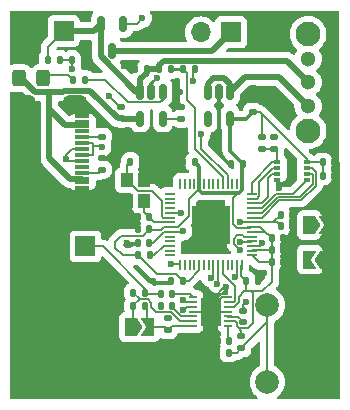
<source format=gbr>
%TF.GenerationSoftware,KiCad,Pcbnew,7.0.9*%
%TF.CreationDate,2024-10-01T20:52:59+03:00*%
%TF.ProjectId,LED-HeadBand,4c45442d-4865-4616-9442-616e642e6b69,rev?*%
%TF.SameCoordinates,Original*%
%TF.FileFunction,Copper,L1,Top*%
%TF.FilePolarity,Positive*%
%FSLAX46Y46*%
G04 Gerber Fmt 4.6, Leading zero omitted, Abs format (unit mm)*
G04 Created by KiCad (PCBNEW 7.0.9) date 2024-10-01 20:52:59*
%MOMM*%
%LPD*%
G01*
G04 APERTURE LIST*
G04 Aperture macros list*
%AMRoundRect*
0 Rectangle with rounded corners*
0 $1 Rounding radius*
0 $2 $3 $4 $5 $6 $7 $8 $9 X,Y pos of 4 corners*
0 Add a 4 corners polygon primitive as box body*
4,1,4,$2,$3,$4,$5,$6,$7,$8,$9,$2,$3,0*
0 Add four circle primitives for the rounded corners*
1,1,$1+$1,$2,$3*
1,1,$1+$1,$4,$5*
1,1,$1+$1,$6,$7*
1,1,$1+$1,$8,$9*
0 Add four rect primitives between the rounded corners*
20,1,$1+$1,$2,$3,$4,$5,0*
20,1,$1+$1,$4,$5,$6,$7,0*
20,1,$1+$1,$6,$7,$8,$9,0*
20,1,$1+$1,$8,$9,$2,$3,0*%
%AMFreePoly0*
4,1,6,1.000000,0.000000,0.500000,-0.750000,-0.500000,-0.750000,-0.500000,0.750000,0.500000,0.750000,1.000000,0.000000,1.000000,0.000000,$1*%
%AMFreePoly1*
4,1,6,0.500000,-0.750000,-0.650000,-0.750000,-0.150000,0.000000,-0.650000,0.750000,0.500000,0.750000,0.500000,-0.750000,0.500000,-0.750000,$1*%
G04 Aperture macros list end*
%TA.AperFunction,SMDPad,CuDef*%
%ADD10RoundRect,0.140000X-0.170000X0.140000X-0.170000X-0.140000X0.170000X-0.140000X0.170000X0.140000X0*%
%TD*%
%TA.AperFunction,SMDPad,CuDef*%
%ADD11RoundRect,0.135000X-0.185000X0.135000X-0.185000X-0.135000X0.185000X-0.135000X0.185000X0.135000X0*%
%TD*%
%TA.AperFunction,SMDPad,CuDef*%
%ADD12RoundRect,0.135000X0.185000X-0.135000X0.185000X0.135000X-0.185000X0.135000X-0.185000X-0.135000X0*%
%TD*%
%TA.AperFunction,SMDPad,CuDef*%
%ADD13RoundRect,0.140000X0.140000X0.170000X-0.140000X0.170000X-0.140000X-0.170000X0.140000X-0.170000X0*%
%TD*%
%TA.AperFunction,SMDPad,CuDef*%
%ADD14RoundRect,0.140000X-0.140000X-0.170000X0.140000X-0.170000X0.140000X0.170000X-0.140000X0.170000X0*%
%TD*%
%TA.AperFunction,SMDPad,CuDef*%
%ADD15RoundRect,0.150000X-0.150000X0.512500X-0.150000X-0.512500X0.150000X-0.512500X0.150000X0.512500X0*%
%TD*%
%TA.AperFunction,SMDPad,CuDef*%
%ADD16RoundRect,0.135000X-0.135000X-0.185000X0.135000X-0.185000X0.135000X0.185000X-0.135000X0.185000X0*%
%TD*%
%TA.AperFunction,ComponentPad*%
%ADD17R,1.700000X1.700000*%
%TD*%
%TA.AperFunction,ComponentPad*%
%ADD18O,1.700000X1.700000*%
%TD*%
%TA.AperFunction,SMDPad,CuDef*%
%ADD19RoundRect,0.050000X-0.050000X0.387500X-0.050000X-0.387500X0.050000X-0.387500X0.050000X0.387500X0*%
%TD*%
%TA.AperFunction,SMDPad,CuDef*%
%ADD20RoundRect,0.050000X-0.387500X0.050000X-0.387500X-0.050000X0.387500X-0.050000X0.387500X0.050000X0*%
%TD*%
%TA.AperFunction,SMDPad,CuDef*%
%ADD21R,3.200000X3.200000*%
%TD*%
%TA.AperFunction,ComponentPad*%
%ADD22C,2.100000*%
%TD*%
%TA.AperFunction,ComponentPad*%
%ADD23C,1.300000*%
%TD*%
%TA.AperFunction,SMDPad,CuDef*%
%ADD24R,1.000000X1.150000*%
%TD*%
%TA.AperFunction,SMDPad,CuDef*%
%ADD25R,0.700000X0.250000*%
%TD*%
%TA.AperFunction,SMDPad,CuDef*%
%ADD26R,1.780000X2.350000*%
%TD*%
%TA.AperFunction,SMDPad,CuDef*%
%ADD27RoundRect,0.140000X0.170000X-0.140000X0.170000X0.140000X-0.170000X0.140000X-0.170000X-0.140000X0*%
%TD*%
%TA.AperFunction,SMDPad,CuDef*%
%ADD28FreePoly0,0.000000*%
%TD*%
%TA.AperFunction,SMDPad,CuDef*%
%ADD29FreePoly1,0.000000*%
%TD*%
%TA.AperFunction,SMDPad,CuDef*%
%ADD30RoundRect,0.250000X0.325000X0.450000X-0.325000X0.450000X-0.325000X-0.450000X0.325000X-0.450000X0*%
%TD*%
%TA.AperFunction,SMDPad,CuDef*%
%ADD31RoundRect,0.135000X0.135000X0.185000X-0.135000X0.185000X-0.135000X-0.185000X0.135000X-0.185000X0*%
%TD*%
%TA.AperFunction,SMDPad,CuDef*%
%ADD32R,0.600000X0.300000*%
%TD*%
%TA.AperFunction,SMDPad,CuDef*%
%ADD33R,0.300000X1.700000*%
%TD*%
%TA.AperFunction,ComponentPad*%
%ADD34C,2.000000*%
%TD*%
%TA.AperFunction,ComponentPad*%
%ADD35O,2.000000X1.000000*%
%TD*%
%TA.AperFunction,ComponentPad*%
%ADD36O,1.800000X1.000000*%
%TD*%
%TA.AperFunction,SMDPad,CuDef*%
%ADD37R,1.300000X0.300000*%
%TD*%
%TA.AperFunction,SMDPad,CuDef*%
%ADD38FreePoly0,180.000000*%
%TD*%
%TA.AperFunction,SMDPad,CuDef*%
%ADD39FreePoly1,180.000000*%
%TD*%
%TA.AperFunction,ComponentPad*%
%ADD40R,1.676403X1.676403*%
%TD*%
%TA.AperFunction,ComponentPad*%
%ADD41C,1.676403*%
%TD*%
%TA.AperFunction,ViaPad*%
%ADD42C,0.600000*%
%TD*%
%TA.AperFunction,Conductor*%
%ADD43C,0.150000*%
%TD*%
%TA.AperFunction,Conductor*%
%ADD44C,0.200000*%
%TD*%
%TA.AperFunction,Conductor*%
%ADD45C,0.300000*%
%TD*%
%TA.AperFunction,Conductor*%
%ADD46C,0.500000*%
%TD*%
%TA.AperFunction,Conductor*%
%ADD47C,0.250000*%
%TD*%
G04 APERTURE END LIST*
D10*
%TO.P,C20,1*%
%TO.N,Net-(SW2A-A)*%
X144610000Y-31262000D03*
%TO.P,C20,2*%
%TO.N,GND*%
X144610000Y-32222000D03*
%TD*%
D11*
%TO.P,R10,1*%
%TO.N,+3.3V*%
X145415000Y-36320000D03*
%TO.P,R10,2*%
%TO.N,/QSPI_SS*%
X145415000Y-37340000D03*
%TD*%
%TO.P,R9,1*%
%TO.N,Net-(JP3-B)*%
X146431000Y-36320000D03*
%TO.P,R9,2*%
%TO.N,/QSPI_SS*%
X146431000Y-37340000D03*
%TD*%
D12*
%TO.P,R3,1*%
%TO.N,/TH*%
X137414000Y-52707000D03*
%TO.P,R3,2*%
%TO.N,GND*%
X137414000Y-51687000D03*
%TD*%
D13*
%TO.P,C12,1*%
%TO.N,GND*%
X151483000Y-38481000D03*
%TO.P,C12,2*%
%TO.N,+3.3V*%
X150523000Y-38481000D03*
%TD*%
D14*
%TO.P,C7,1*%
%TO.N,GND*%
X134889400Y-45339000D03*
%TO.P,C7,2*%
%TO.N,Net-(U2-VREG_VOUT)*%
X135849400Y-45339000D03*
%TD*%
D15*
%TO.P,Q1,1,G*%
%TO.N,Net-(Q1-G)*%
X133639600Y-26782600D03*
%TO.P,Q1,2,S*%
%TO.N,+BATT*%
X131739600Y-26782600D03*
%TO.P,Q1,3,D*%
%TO.N,/Diode_power*%
X132689600Y-29057600D03*
%TD*%
D14*
%TO.P,C4,1*%
%TO.N,GND*%
X137696000Y-48514000D03*
%TO.P,C4,2*%
%TO.N,+3.3V*%
X138656000Y-48514000D03*
%TD*%
D16*
%TO.P,R11,1*%
%TO.N,/MOSFET_Controll*%
X138682000Y-30607000D03*
%TO.P,R11,2*%
%TO.N,Net-(Q1-G)*%
X139702000Y-30607000D03*
%TD*%
D12*
%TO.P,R6,1*%
%TO.N,Net-(U6-CC1)*%
X131826000Y-36324000D03*
%TO.P,R6,2*%
%TO.N,GND*%
X131826000Y-35304000D03*
%TD*%
D17*
%TO.P,J2,1,Pin_1*%
%TO.N,/Diode_power*%
X142748000Y-27490000D03*
D18*
%TO.P,J2,2,Pin_2*%
%TO.N,/Diode_Cont*%
X140208000Y-27490000D03*
%TO.P,J2,3,Pin_3*%
%TO.N,GND*%
X137668000Y-27490000D03*
%TD*%
D19*
%TO.P,U2,1,IOVDD*%
%TO.N,+3.3V*%
X143659000Y-40339500D03*
%TO.P,U2,2,GPIO0*%
%TO.N,unconnected-(U2-GPIO0-Pad2)*%
X143259000Y-40339500D03*
%TO.P,U2,3,GPIO1*%
%TO.N,unconnected-(U2-GPIO1-Pad3)*%
X142859000Y-40339500D03*
%TO.P,U2,4,GPIO2*%
%TO.N,/Diode_Cont*%
X142459000Y-40339500D03*
%TO.P,U2,5,GPIO3*%
%TO.N,/MOSFET_Controll*%
X142059000Y-40339500D03*
%TO.P,U2,6,GPIO4*%
%TO.N,unconnected-(U2-GPIO4-Pad6)*%
X141659000Y-40339500D03*
%TO.P,U2,7,GPIO5*%
%TO.N,unconnected-(U2-GPIO5-Pad7)*%
X141259000Y-40339500D03*
%TO.P,U2,8,GPIO6*%
%TO.N,unconnected-(U2-GPIO6-Pad8)*%
X140859000Y-40339500D03*
%TO.P,U2,9,GPIO7*%
%TO.N,unconnected-(U2-GPIO7-Pad9)*%
X140459000Y-40339500D03*
%TO.P,U2,10,IOVDD*%
%TO.N,+3.3V*%
X140059000Y-40339500D03*
%TO.P,U2,11,GPIO8*%
%TO.N,unconnected-(U2-GPIO8-Pad11)*%
X139659000Y-40339500D03*
%TO.P,U2,12,GPIO9*%
%TO.N,unconnected-(U2-GPIO9-Pad12)*%
X139259000Y-40339500D03*
%TO.P,U2,13,GPIO10*%
%TO.N,unconnected-(U2-GPIO10-Pad13)*%
X138859000Y-40339500D03*
%TO.P,U2,14,GPIO11*%
%TO.N,unconnected-(U2-GPIO11-Pad14)*%
X138459000Y-40339500D03*
D20*
%TO.P,U2,15,GPIO12*%
%TO.N,unconnected-(U2-GPIO12-Pad15)*%
X137621500Y-41177000D03*
%TO.P,U2,16,GPIO13*%
%TO.N,unconnected-(U2-GPIO13-Pad16)*%
X137621500Y-41577000D03*
%TO.P,U2,17,GPIO14*%
%TO.N,unconnected-(U2-GPIO14-Pad17)*%
X137621500Y-41977000D03*
%TO.P,U2,18,GPIO15*%
%TO.N,unconnected-(U2-GPIO15-Pad18)*%
X137621500Y-42377000D03*
%TO.P,U2,19,TESTEN*%
%TO.N,GND*%
X137621500Y-42777000D03*
%TO.P,U2,20,XIN*%
%TO.N,Net-(U2-XIN)*%
X137621500Y-43177000D03*
%TO.P,U2,21,XOUT*%
%TO.N,Net-(U2-XOUT)*%
X137621500Y-43577000D03*
%TO.P,U2,22,IOVDD*%
%TO.N,+3.3V*%
X137621500Y-43977000D03*
%TO.P,U2,23,DVDD*%
%TO.N,Net-(U2-VREG_VOUT)*%
X137621500Y-44377000D03*
%TO.P,U2,24,SWCLK*%
%TO.N,/SWCLK*%
X137621500Y-44777000D03*
%TO.P,U2,25,SWD*%
%TO.N,/SWDIO*%
X137621500Y-45177000D03*
%TO.P,U2,26,RUN*%
%TO.N,Net-(JP2-A)*%
X137621500Y-45577000D03*
%TO.P,U2,27,GPIO16*%
%TO.N,unconnected-(U2-GPIO16-Pad27)*%
X137621500Y-45977000D03*
%TO.P,U2,28,GPIO17*%
%TO.N,unconnected-(U2-GPIO17-Pad28)*%
X137621500Y-46377000D03*
D19*
%TO.P,U2,29,GPIO18*%
%TO.N,/Mode_Switch*%
X138459000Y-47214500D03*
%TO.P,U2,30,GPIO19*%
%TO.N,unconnected-(U2-GPIO19-Pad30)*%
X138859000Y-47214500D03*
%TO.P,U2,31,GPIO20*%
%TO.N,unconnected-(U2-GPIO20-Pad31)*%
X139259000Y-47214500D03*
%TO.P,U2,32,GPIO21*%
%TO.N,unconnected-(U2-GPIO21-Pad32)*%
X139659000Y-47214500D03*
%TO.P,U2,33,IOVDD*%
%TO.N,+3.3V*%
X140059000Y-47214500D03*
%TO.P,U2,34,GPIO22*%
%TO.N,unconnected-(U2-GPIO22-Pad34)*%
X140459000Y-47214500D03*
%TO.P,U2,35,GPIO23*%
%TO.N,unconnected-(U2-GPIO23-Pad35)*%
X140859000Y-47214500D03*
%TO.P,U2,36,GPIO24*%
%TO.N,/GAIN*%
X141259000Y-47214500D03*
%TO.P,U2,37,GPIO25*%
%TO.N,/A{slash}R*%
X141659000Y-47214500D03*
%TO.P,U2,38,GPIO26_ADC0*%
%TO.N,/MICOUT*%
X142059000Y-47214500D03*
%TO.P,U2,39,GPIO27_ADC1*%
%TO.N,unconnected-(U2-GPIO27_ADC1-Pad39)*%
X142459000Y-47214500D03*
%TO.P,U2,40,GPIO28_ADC2*%
%TO.N,unconnected-(U2-GPIO28_ADC2-Pad40)*%
X142859000Y-47214500D03*
%TO.P,U2,41,GPIO29_ADC3*%
%TO.N,/BAT_VOL*%
X143259000Y-47214500D03*
%TO.P,U2,42,IOVDD*%
%TO.N,+3.3V*%
X143659000Y-47214500D03*
D20*
%TO.P,U2,43,ADC_AVDD*%
X144496500Y-46377000D03*
%TO.P,U2,44,VREG_IN*%
X144496500Y-45977000D03*
%TO.P,U2,45,VREG_VOUT*%
%TO.N,Net-(U2-VREG_VOUT)*%
X144496500Y-45577000D03*
%TO.P,U2,46,USB_DM*%
%TO.N,/USB_DM*%
X144496500Y-45177000D03*
%TO.P,U2,47,USB_DP*%
%TO.N,/USB_DP*%
X144496500Y-44777000D03*
%TO.P,U2,48,USB_VDD*%
%TO.N,+3.3V*%
X144496500Y-44377000D03*
%TO.P,U2,49,IOVDD*%
X144496500Y-43977000D03*
%TO.P,U2,50,DVDD*%
%TO.N,Net-(U2-VREG_VOUT)*%
X144496500Y-43577000D03*
%TO.P,U2,51,QSPI_SD3*%
%TO.N,/QSPI_SD3*%
X144496500Y-43177000D03*
%TO.P,U2,52,QSPI_SCLK*%
%TO.N,/QSPI_SCLK*%
X144496500Y-42777000D03*
%TO.P,U2,53,QSPI_SD0*%
%TO.N,/QSPI_SD0*%
X144496500Y-42377000D03*
%TO.P,U2,54,QSPI_SD2*%
%TO.N,/QSPI_SD2*%
X144496500Y-41977000D03*
%TO.P,U2,55,QSPI_SD1*%
%TO.N,/QSPI_SD1*%
X144496500Y-41577000D03*
%TO.P,U2,56,QSPI_SS*%
%TO.N,/QSPI_SS*%
X144496500Y-41177000D03*
D21*
%TO.P,U2,57,GND*%
%TO.N,GND*%
X141059000Y-43777000D03*
%TD*%
D12*
%TO.P,R4,1*%
%TO.N,Net-(U5-PROG)*%
X138557000Y-34800000D03*
%TO.P,R4,2*%
%TO.N,GND*%
X138557000Y-33780000D03*
%TD*%
D22*
%TO.P,SW2,*%
%TO.N,*%
X149280000Y-35830000D03*
X149280000Y-27630000D03*
D23*
%TO.P,SW2,1,A*%
%TO.N,Net-(SW2A-A)*%
X149280000Y-33730000D03*
%TO.P,SW2,2,B*%
%TO.N,+BATT*%
X149280000Y-31730000D03*
%TO.P,SW2,3,C*%
%TO.N,unconnected-(SW2A-C-Pad3)*%
X149280000Y-29730000D03*
%TD*%
D13*
%TO.P,C6,1*%
%TO.N,GND*%
X147152400Y-44945400D03*
%TO.P,C6,2*%
%TO.N,+3.3V*%
X146192400Y-44945400D03*
%TD*%
D24*
%TO.P,Y1,1,1*%
%TO.N,Net-(U2-XOUT)*%
X135367400Y-41744400D03*
%TO.P,Y1,2,2*%
%TO.N,GND*%
X135367400Y-39994400D03*
%TO.P,Y1,3,3*%
%TO.N,Net-(U2-XIN)*%
X133967400Y-39994400D03*
%TO.P,Y1,4,4*%
%TO.N,GND*%
X133967400Y-41744400D03*
%TD*%
D15*
%TO.P,U4,1,VIN*%
%TO.N,Net-(SW2A-A)*%
X142682000Y-32517500D03*
%TO.P,U4,2,GND*%
%TO.N,GND*%
X141732000Y-32517500D03*
%TO.P,U4,3,EN*%
%TO.N,Net-(SW2A-A)*%
X140782000Y-32517500D03*
%TO.P,U4,4,NC*%
%TO.N,unconnected-(U4-NC-Pad4)*%
X140782000Y-34792500D03*
%TO.P,U4,5,VOUT*%
%TO.N,+3.3V*%
X142682000Y-34792500D03*
%TD*%
D13*
%TO.P,C8,1*%
%TO.N,GND*%
X147927000Y-42926000D03*
%TO.P,C8,2*%
%TO.N,Net-(U2-VREG_VOUT)*%
X146967000Y-42926000D03*
%TD*%
D16*
%TO.P,R8,1*%
%TO.N,+3.3V*%
X134872000Y-46355000D03*
%TO.P,R8,2*%
%TO.N,Net-(JP2-A)*%
X135892000Y-46355000D03*
%TD*%
D17*
%TO.P,BT1,1,+*%
%TO.N,+BATT*%
X128579800Y-27381200D03*
D18*
%TO.P,BT1,2,-*%
%TO.N,GND*%
X126039800Y-27381200D03*
%TD*%
D14*
%TO.P,C1,1*%
%TO.N,GND*%
X142776000Y-38608000D03*
%TO.P,C1,2*%
%TO.N,+3.3V*%
X143736000Y-38608000D03*
%TD*%
D25*
%TO.P,U1,1,CT*%
%TO.N,Net-(U1-CT)*%
X142508000Y-52333500D03*
%TO.P,U1,2,~{SHDN}*%
%TO.N,+3.3V*%
X142508000Y-51933500D03*
%TO.P,U1,3,CG*%
%TO.N,Net-(U1-CG)*%
X142508000Y-51533500D03*
%TO.P,U1,4,GND*%
%TO.N,GND*%
X142508000Y-51133500D03*
%TO.P,U1,5,VDD*%
%TO.N,+3.3V*%
X142508000Y-50733500D03*
%TO.P,U1,6,MICOUT*%
%TO.N,/MICOUT*%
X142508000Y-50333500D03*
%TO.P,U1,7,GND*%
%TO.N,GND*%
X142508000Y-49933500D03*
%TO.P,U1,8,MICIN*%
%TO.N,/MICIN*%
X139558000Y-49933500D03*
%TO.P,U1,9,A/R*%
%TO.N,/A{slash}R*%
X139558000Y-50333500D03*
%TO.P,U1,10,GAIN*%
%TO.N,/GAIN*%
X139558000Y-50733500D03*
%TO.P,U1,11,GND*%
%TO.N,GND*%
X139558000Y-51133500D03*
%TO.P,U1,12,BIAS*%
%TO.N,Net-(U1-BIAS)*%
X139558000Y-51533500D03*
%TO.P,U1,13,MICBIAS*%
%TO.N,/MICBIAS*%
X139558000Y-51933500D03*
%TO.P,U1,14,TH*%
%TO.N,/TH*%
X139558000Y-52333500D03*
D26*
%TO.P,U1,15,GND*%
%TO.N,GND*%
X141033000Y-51133500D03*
%TD*%
D27*
%TO.P,C22,1*%
%TO.N,+5V*%
X133477000Y-34770000D03*
%TO.P,C22,2*%
%TO.N,GND*%
X133477000Y-33810000D03*
%TD*%
D28*
%TO.P,JP1,1,A*%
%TO.N,/MICBIAS*%
X134276000Y-52451000D03*
D29*
%TO.P,JP1,2,B*%
%TO.N,/TH*%
X135726000Y-52451000D03*
%TD*%
D16*
%TO.P,R13,1*%
%TO.N,+BATT*%
X127252000Y-29845000D03*
%TO.P,R13,2*%
%TO.N,/BAT_VOL*%
X128272000Y-29845000D03*
%TD*%
D30*
%TO.P,D1,1,K*%
%TO.N,Net-(D1-K)*%
X126873000Y-31369000D03*
%TO.P,D1,2,A*%
%TO.N,+5V*%
X124823000Y-31369000D03*
%TD*%
D14*
%TO.P,C14,1*%
%TO.N,GND*%
X134889400Y-43167400D03*
%TO.P,C14,2*%
%TO.N,Net-(U2-XOUT)*%
X135849400Y-43167400D03*
%TD*%
D31*
%TO.P,R12,1*%
%TO.N,/MOSFET_Controll*%
X137690000Y-30607000D03*
%TO.P,R12,2*%
%TO.N,+BATT*%
X136670000Y-30607000D03*
%TD*%
D32*
%TO.P,U3,1,~{CS}*%
%TO.N,/QSPI_SS*%
X146668500Y-38497000D03*
%TO.P,U3,2,DO/IO1*%
%TO.N,/QSPI_SD1*%
X146668500Y-38997000D03*
%TO.P,U3,3,~{WP}/IO2*%
%TO.N,/QSPI_SD2*%
X146668500Y-39497000D03*
%TO.P,U3,4,GND*%
%TO.N,GND*%
X146668500Y-39997000D03*
%TO.P,U3,5,DI/IO0*%
%TO.N,/QSPI_SD0*%
X149168500Y-39997000D03*
%TO.P,U3,6,CLK*%
%TO.N,/QSPI_SCLK*%
X149168500Y-39497000D03*
%TO.P,U3,7,~{HOLD}/~{RESET}/IO3*%
%TO.N,/QSPI_SD3*%
X149168500Y-38997000D03*
%TO.P,U3,8,VCC*%
%TO.N,+3.3V*%
X149168500Y-38497000D03*
D33*
%TO.P,U3,9,EXP*%
%TO.N,GND*%
X147918500Y-39247000D03*
%TD*%
D12*
%TO.P,R15,1*%
%TO.N,/Mode_Switch*%
X143637000Y-54231000D03*
%TO.P,R15,2*%
%TO.N,+3.3V*%
X143637000Y-53211000D03*
%TD*%
D13*
%TO.P,C11,1*%
%TO.N,GND*%
X151483000Y-39624000D03*
%TO.P,C11,2*%
%TO.N,+3.3V*%
X150523000Y-39624000D03*
%TD*%
D34*
%TO.P,SW1,1,1*%
%TO.N,/Mode_Switch*%
X145832000Y-57098000D03*
X145832000Y-50598000D03*
%TO.P,SW1,2,2*%
%TO.N,GND*%
X150332000Y-57098000D03*
X150332000Y-50598000D03*
%TD*%
D14*
%TO.P,C17,1*%
%TO.N,GND*%
X136807000Y-50641000D03*
%TO.P,C17,2*%
%TO.N,Net-(U1-BIAS)*%
X137767000Y-50641000D03*
%TD*%
D16*
%TO.P,R2,1*%
%TO.N,/MICBIAS*%
X134491000Y-50673000D03*
%TO.P,R2,2*%
%TO.N,/TH*%
X135511000Y-50673000D03*
%TD*%
D14*
%TO.P,C19,1*%
%TO.N,Net-(C19-Pad1)*%
X136807000Y-49657000D03*
%TO.P,C19,2*%
%TO.N,/MICIN*%
X137767000Y-49657000D03*
%TD*%
D10*
%TO.P,C16,1*%
%TO.N,GND*%
X143764000Y-51082000D03*
%TO.P,C16,2*%
%TO.N,Net-(U1-CG)*%
X143764000Y-52042000D03*
%TD*%
D27*
%TO.P,C18,1*%
%TO.N,+3.3V*%
X144582000Y-34215000D03*
%TO.P,C18,2*%
%TO.N,GND*%
X144582000Y-33255000D03*
%TD*%
D16*
%TO.P,R14,1*%
%TO.N,/BAT_VOL*%
X129284000Y-29845000D03*
%TO.P,R14,2*%
%TO.N,GND*%
X130304000Y-29845000D03*
%TD*%
D13*
%TO.P,C10,1*%
%TO.N,GND*%
X147152400Y-45961400D03*
%TO.P,C10,2*%
%TO.N,+3.3V*%
X146192400Y-45961400D03*
%TD*%
D31*
%TO.P,R5,1*%
%TO.N,Net-(U5-STAT)*%
X130354800Y-31496000D03*
%TO.P,R5,2*%
%TO.N,Net-(D1-K)*%
X129334800Y-31496000D03*
%TD*%
D28*
%TO.P,JP2,1,A*%
%TO.N,Net-(JP2-A)*%
X149376400Y-43802400D03*
D29*
%TO.P,JP2,2,B*%
%TO.N,GND*%
X150826400Y-43802400D03*
%TD*%
D31*
%TO.P,R1,1*%
%TO.N,Net-(C19-Pad1)*%
X135511000Y-49530000D03*
%TO.P,R1,2*%
%TO.N,/MICBIAS*%
X134491000Y-49530000D03*
%TD*%
D13*
%TO.P,C24,1*%
%TO.N,GND*%
X147152400Y-46977400D03*
%TO.P,C24,2*%
%TO.N,+3.3V*%
X146192400Y-46977400D03*
%TD*%
D35*
%TO.P,U6,1,EP*%
%TO.N,GND*%
X129506075Y-33309959D03*
%TO.P,U6,2,EP*%
X129506075Y-41950041D03*
D36*
%TO.P,U6,3,EP*%
X125325988Y-33309959D03*
%TO.P,U6,4,EP*%
X125325988Y-41950041D03*
D37*
%TO.P,U6,A1,GND*%
X130156062Y-34279987D03*
%TO.P,U6,A4,VBUS*%
%TO.N,+5V*%
X130156062Y-35080089D03*
%TO.P,U6,A5,CC1*%
%TO.N,Net-(U6-CC1)*%
X130156062Y-36380064D03*
%TO.P,U6,A6,DP1*%
%TO.N,/USB_DP*%
X130156062Y-37380064D03*
%TO.P,U6,A7,DN1*%
%TO.N,/USB_DM*%
X130156062Y-37879936D03*
%TO.P,U6,A8,SUB1*%
%TO.N,unconnected-(U6-SUB1-PadA8)*%
X130156062Y-38879682D03*
%TO.P,U6,A9,VBUS*%
%TO.N,+5V*%
X130155808Y-40180165D03*
%TO.P,U6,A12,GND*%
%TO.N,GND*%
X130156062Y-40980013D03*
%TO.P,U6,B1,GND*%
X130156062Y-40680038D03*
%TO.P,U6,B4,VBUS*%
%TO.N,+5V*%
X130155808Y-39879936D03*
%TO.P,U6,B5,CC2*%
%TO.N,Net-(U6-CC2)*%
X130156062Y-39380064D03*
%TO.P,U6,B6,DP2*%
%TO.N,/USB_DP*%
X130156062Y-38380064D03*
%TO.P,U6,B7,DN2*%
%TO.N,/USB_DM*%
X130156062Y-36879936D03*
%TO.P,U6,B8,SUB2*%
%TO.N,unconnected-(U6-SUB2-PadB8)*%
X130156062Y-35879936D03*
%TO.P,U6,B9,VBUS*%
%TO.N,+5V*%
X130156062Y-35380064D03*
%TO.P,U6,B12,GND*%
%TO.N,GND*%
X130156062Y-34579962D03*
%TD*%
D14*
%TO.P,C15,1*%
%TO.N,GND*%
X141633000Y-53594000D03*
%TO.P,C15,2*%
%TO.N,Net-(U1-CT)*%
X142593000Y-53594000D03*
%TD*%
D38*
%TO.P,JP3,1,A*%
%TO.N,GND*%
X150802000Y-46736000D03*
D39*
%TO.P,JP3,2,B*%
%TO.N,Net-(JP3-B)*%
X149352000Y-46736000D03*
%TD*%
D40*
%TO.P,U7,1,1*%
%TO.N,Net-(C19-Pad1)*%
X130429003Y-45618396D03*
D41*
%TO.P,U7,2,2*%
%TO.N,GND*%
X127888997Y-45618396D03*
%TD*%
D12*
%TO.P,R7,1*%
%TO.N,Net-(U6-CC2)*%
X131826000Y-39118000D03*
%TO.P,R7,2*%
%TO.N,GND*%
X131826000Y-38098000D03*
%TD*%
D13*
%TO.P,C13,1*%
%TO.N,GND*%
X135187400Y-38468400D03*
%TO.P,C13,2*%
%TO.N,Net-(U2-XIN)*%
X134227400Y-38468400D03*
%TD*%
%TO.P,C9,1*%
%TO.N,GND*%
X147927000Y-43929400D03*
%TO.P,C9,2*%
%TO.N,Net-(U2-VREG_VOUT)*%
X146967000Y-43929400D03*
%TD*%
D14*
%TO.P,C2,1*%
%TO.N,GND*%
X138712000Y-38481000D03*
%TO.P,C2,2*%
%TO.N,+3.3V*%
X139672000Y-38481000D03*
%TD*%
D15*
%TO.P,U5,1,STAT*%
%TO.N,Net-(U5-STAT)*%
X136967000Y-32517500D03*
%TO.P,U5,2,V_{SS}*%
%TO.N,GND*%
X136017000Y-32517500D03*
%TO.P,U5,3,V_{BAT}*%
%TO.N,+BATT*%
X135067000Y-32517500D03*
%TO.P,U5,4,V_{DD}*%
%TO.N,+5V*%
X135067000Y-34792500D03*
%TO.P,U5,5,PROG*%
%TO.N,Net-(U5-PROG)*%
X136967000Y-34792500D03*
%TD*%
D13*
%TO.P,C21,1*%
%TO.N,+BATT*%
X135608000Y-30607000D03*
%TO.P,C21,2*%
%TO.N,GND*%
X134648000Y-30607000D03*
%TD*%
%TO.P,C5,1*%
%TO.N,GND*%
X145006000Y-48514000D03*
%TO.P,C5,2*%
%TO.N,+3.3V*%
X144046000Y-48514000D03*
%TD*%
D14*
%TO.P,C3,1*%
%TO.N,GND*%
X134889400Y-44183400D03*
%TO.P,C3,2*%
%TO.N,+3.3V*%
X135849400Y-44183400D03*
%TD*%
D13*
%TO.P,C23,1*%
%TO.N,/Mode_Switch*%
X142565000Y-54610000D03*
%TO.P,C23,2*%
%TO.N,GND*%
X141605000Y-54610000D03*
%TD*%
D42*
%TO.N,GND*%
X138430000Y-32512000D03*
X131191000Y-30607000D03*
X138557000Y-42799000D03*
X132461000Y-32893000D03*
X142113000Y-44577000D03*
X145415000Y-32766000D03*
X133731000Y-30353000D03*
X136144000Y-48514000D03*
X144018000Y-50292000D03*
X137414000Y-51689000D03*
X133985000Y-45339000D03*
X140081000Y-44577000D03*
X142113000Y-42799000D03*
X140081000Y-42799000D03*
X145542000Y-47879000D03*
X146812000Y-40640000D03*
X136525000Y-31369000D03*
X142367000Y-49022000D03*
X141732000Y-33782000D03*
X136807000Y-50641000D03*
%TO.N,Net-(JP3-B)*%
X149225000Y-46482000D03*
X146431000Y-36320000D03*
%TO.N,Net-(JP2-A)*%
X149479000Y-43815000D03*
X135892000Y-46355000D03*
%TO.N,/GAIN*%
X138721115Y-51016885D03*
X141023798Y-48266500D03*
%TO.N,/A{slash}R*%
X138686897Y-50161397D03*
X141605000Y-48768000D03*
%TO.N,/Diode_Cont*%
X140228500Y-36068000D03*
%TO.N,Net-(Q1-G)*%
X135255000Y-26289000D03*
X139573000Y-31623000D03*
%TO.N,/Mode_Switch*%
X137668000Y-47117000D03*
%TO.N,Net-(U2-VREG_VOUT)*%
X145415000Y-45339000D03*
X143510000Y-43561000D03*
X138684000Y-44323000D03*
%TO.N,/BAT_VOL*%
X129286000Y-30607000D03*
X143127238Y-48236702D03*
%TO.N,/USB_DM*%
X131826000Y-37211000D03*
X143510000Y-45212000D03*
%TO.N,/USB_DP*%
X143510000Y-45938503D03*
X128778000Y-38227000D03*
%TD*%
D43*
%TO.N,GND*%
X139558000Y-51133500D02*
X141033000Y-51133500D01*
D44*
X137621500Y-42777000D02*
X138535000Y-42777000D01*
D43*
X134889400Y-45339000D02*
X133985000Y-45339000D01*
D44*
X136017000Y-31877000D02*
X136017000Y-32517500D01*
X138535000Y-42777000D02*
X138557000Y-42799000D01*
D43*
X141033000Y-50908500D02*
X141033000Y-51133500D01*
X142508000Y-51133500D02*
X141033000Y-51133500D01*
X142008000Y-49933500D02*
X141033000Y-50908500D01*
D44*
X133477000Y-33810000D02*
X133378000Y-33810000D01*
D43*
X142508000Y-49933500D02*
X142008000Y-49933500D01*
D44*
X143764000Y-51082000D02*
X143764000Y-50546000D01*
X143764000Y-50546000D02*
X144018000Y-50292000D01*
X146668500Y-39997000D02*
X146668500Y-40496500D01*
X133378000Y-33810000D02*
X132461000Y-32893000D01*
X146668500Y-40496500D02*
X146812000Y-40640000D01*
D43*
X142367000Y-48895000D02*
X141033000Y-50229000D01*
D44*
X136525000Y-31369000D02*
X136017000Y-31877000D01*
D43*
X141033000Y-50229000D02*
X141033000Y-51133500D01*
D44*
%TO.N,/QSPI_SD2*%
X145923000Y-39838500D02*
X145923000Y-41402000D01*
X145923000Y-41402000D02*
X145348000Y-41977000D01*
X146264500Y-39497000D02*
X145923000Y-39838500D01*
X145348000Y-41977000D02*
X144496500Y-41977000D01*
X146668500Y-39497000D02*
X146264500Y-39497000D01*
D43*
%TO.N,/QSPI_SD1*%
X145136000Y-41375000D02*
X144934000Y-41577000D01*
X146337408Y-38997000D02*
X145136000Y-40198408D01*
X146668500Y-38997000D02*
X146337408Y-38997000D01*
X145136000Y-40198408D02*
X145136000Y-41375000D01*
X144934000Y-41577000D02*
X144496500Y-41577000D01*
%TO.N,/QSPI_SS*%
X145415000Y-37340000D02*
X146431000Y-37340000D01*
X146668500Y-38497000D02*
X146668500Y-37577500D01*
X144496500Y-40219000D02*
X146218500Y-38497000D01*
X144496500Y-41177000D02*
X144496500Y-40219000D01*
X146218500Y-38497000D02*
X146668500Y-38497000D01*
X146668500Y-37577500D02*
X146431000Y-37340000D01*
D44*
%TO.N,+3.3V*%
X144462500Y-49403000D02*
X143891000Y-49403000D01*
X143291709Y-44088000D02*
X142886000Y-43682291D01*
X143637000Y-52747898D02*
X143438102Y-52549000D01*
X135312400Y-44720400D02*
X135849400Y-44183400D01*
D45*
X140272166Y-41054000D02*
X140059000Y-40840834D01*
D44*
X146192400Y-44945400D02*
X146192400Y-45961400D01*
X143431000Y-49863000D02*
X143430999Y-50316593D01*
X136824552Y-44196000D02*
X135862000Y-44196000D01*
D45*
X142682000Y-34792500D02*
X144004500Y-34792500D01*
D44*
X140059000Y-40770124D02*
X140059000Y-40339500D01*
D45*
X140059000Y-40840834D02*
X140059000Y-40339500D01*
D44*
X133604000Y-46355000D02*
X132969000Y-45720000D01*
D43*
X145415000Y-36320000D02*
X145415000Y-34443500D01*
D44*
X139197000Y-48514000D02*
X138656000Y-48514000D01*
X143637000Y-53211000D02*
X143637000Y-52747898D01*
X145224000Y-43977000D02*
X144496500Y-43977000D01*
D43*
X145186500Y-34215000D02*
X144582000Y-34215000D01*
D44*
X144385500Y-44088000D02*
X143291709Y-44088000D01*
D45*
X143659000Y-38685000D02*
X143736000Y-38608000D01*
D44*
X143430999Y-50316593D02*
X143014092Y-50733500D01*
D45*
X140059000Y-40339500D02*
X140059000Y-38868000D01*
D44*
X136494000Y-47977000D02*
X138119000Y-47977000D01*
X135862000Y-44196000D02*
X135849400Y-44183400D01*
X146192400Y-45961400D02*
X144512100Y-45961400D01*
D43*
X149168500Y-38497000D02*
X149168500Y-38197000D01*
D44*
X144018000Y-49403000D02*
X144046000Y-49375000D01*
D45*
X142682000Y-34792500D02*
X142682000Y-37554000D01*
D44*
X143438102Y-52549000D02*
X144174000Y-52549000D01*
X144046000Y-49375000D02*
X144046000Y-48514000D01*
X146192400Y-46977400D02*
X145096900Y-46977400D01*
D43*
X150523000Y-39624000D02*
X150523000Y-38481000D01*
D44*
X140059000Y-47214500D02*
X140059000Y-47652000D01*
X143659000Y-40777000D02*
X143659000Y-40339500D01*
D45*
X143445834Y-41054000D02*
X140272166Y-41054000D01*
D44*
X143227000Y-52337898D02*
X143438102Y-52549000D01*
X146192400Y-44945400D02*
X145224000Y-43977000D01*
X144512100Y-45961400D02*
X144496500Y-45977000D01*
X143637000Y-47236500D02*
X143659000Y-47214500D01*
X143891000Y-49403000D02*
X143431000Y-49863000D01*
X146192400Y-48625600D02*
X145415000Y-49403000D01*
X144046000Y-48514000D02*
X143637000Y-48105000D01*
X132969000Y-45212000D02*
X133460600Y-44720400D01*
X142886000Y-43682291D02*
X142886000Y-41550000D01*
X139192000Y-43053000D02*
X139192000Y-41637124D01*
D43*
X145415000Y-34443500D02*
X145186500Y-34215000D01*
D44*
X138119000Y-47977000D02*
X138656000Y-48514000D01*
X144496500Y-43977000D02*
X144385500Y-44088000D01*
X137621500Y-43977000D02*
X137043552Y-43977000D01*
X146192400Y-45961400D02*
X146192400Y-46977400D01*
D45*
X143659000Y-40339500D02*
X143659000Y-40840834D01*
D44*
X145415000Y-49403000D02*
X144018000Y-49403000D01*
X132969000Y-45720000D02*
X132969000Y-45212000D01*
X144605000Y-52118000D02*
X144605000Y-49545500D01*
D43*
X145624000Y-44377000D02*
X146192400Y-44945400D01*
D45*
X143659000Y-40339500D02*
X143659000Y-38685000D01*
D43*
X150507000Y-38497000D02*
X150523000Y-38481000D01*
D44*
X144046000Y-48514000D02*
X144018000Y-48542000D01*
X134872000Y-46355000D02*
X136494000Y-47977000D01*
D43*
X144496500Y-44377000D02*
X145624000Y-44377000D01*
D44*
X143014092Y-50733500D02*
X142508000Y-50733500D01*
D45*
X140059000Y-38868000D02*
X139672000Y-38481000D01*
D43*
X149168500Y-38497000D02*
X150507000Y-38497000D01*
D44*
X144174000Y-52549000D02*
X144605000Y-52118000D01*
X140059000Y-47652000D02*
X139197000Y-48514000D01*
X133460600Y-44720400D02*
X135312400Y-44720400D01*
X146192400Y-46977400D02*
X146192400Y-48625600D01*
X134872000Y-46355000D02*
X133604000Y-46355000D01*
X144605000Y-49545500D02*
X144462500Y-49403000D01*
X137043552Y-43977000D02*
X136824552Y-44196000D01*
D45*
X144004500Y-34792500D02*
X144582000Y-34215000D01*
D44*
X139192000Y-41637124D02*
X140059000Y-40770124D01*
D45*
X142682000Y-37554000D02*
X143736000Y-38608000D01*
D44*
X142508000Y-51933500D02*
X143058000Y-51933500D01*
X137621500Y-43977000D02*
X138268000Y-43977000D01*
X138268000Y-43977000D02*
X139192000Y-43053000D01*
X143058000Y-51933500D02*
X143227000Y-52102500D01*
X145096900Y-46977400D02*
X144496500Y-46377000D01*
D43*
X149168500Y-38197000D02*
X145186500Y-34215000D01*
D44*
X143637000Y-48105000D02*
X143637000Y-47236500D01*
D45*
X143659000Y-40840834D02*
X143445834Y-41054000D01*
D44*
X143227000Y-52102500D02*
X143227000Y-52337898D01*
X142886000Y-41550000D02*
X143659000Y-40777000D01*
D43*
%TO.N,/QSPI_SD3*%
X149168500Y-38997000D02*
X149618500Y-38997000D01*
X149947500Y-40463738D02*
X148709237Y-41702000D01*
X149947500Y-39326000D02*
X149947500Y-40463738D01*
X145358568Y-43177000D02*
X144496500Y-43177000D01*
X148709237Y-41702000D02*
X146833568Y-41702000D01*
X149618500Y-38997000D02*
X149947500Y-39326000D01*
X146833568Y-41702000D02*
X145358568Y-43177000D01*
%TO.N,/QSPI_SCLK*%
X146718830Y-41425000D02*
X145366830Y-42777000D01*
X145366830Y-42777000D02*
X144496500Y-42777000D01*
X149618500Y-39497000D02*
X149670500Y-39549000D01*
X149670500Y-40349000D02*
X148594500Y-41425000D01*
X149670500Y-39549000D02*
X149670500Y-40349000D01*
X149168500Y-39497000D02*
X149618500Y-39497000D01*
X148594500Y-41425000D02*
X146718830Y-41425000D01*
%TO.N,/QSPI_SD0*%
X149168500Y-39997000D02*
X148017500Y-41148000D01*
X145375092Y-42377000D02*
X144496500Y-42377000D01*
X146604092Y-41148000D02*
X145375092Y-42377000D01*
X148017500Y-41148000D02*
X146604092Y-41148000D01*
%TO.N,Net-(JP3-B)*%
X149376400Y-46469400D02*
X149237600Y-46469400D01*
X149237600Y-46469400D02*
X149225000Y-46482000D01*
D44*
%TO.N,Net-(JP2-A)*%
X136271000Y-46355000D02*
X135892000Y-46355000D01*
X137049000Y-45577000D02*
X136271000Y-46355000D01*
D43*
X149376400Y-43802400D02*
X149466400Y-43802400D01*
X149466400Y-43802400D02*
X149479000Y-43815000D01*
D44*
X137621500Y-45577000D02*
X137049000Y-45577000D01*
%TO.N,Net-(U5-STAT)*%
X136967000Y-33179999D02*
X136739999Y-33407000D01*
X133991000Y-33407000D02*
X132080000Y-31496000D01*
X132080000Y-31496000D02*
X130354800Y-31496000D01*
X136739999Y-33407000D02*
X133991000Y-33407000D01*
X136967000Y-32517500D02*
X136967000Y-33179999D01*
%TO.N,Net-(D1-K)*%
X128979200Y-31140400D02*
X126958200Y-31140400D01*
X129334800Y-31496000D02*
X128979200Y-31140400D01*
%TO.N,Net-(U5-PROG)*%
X136974500Y-34800000D02*
X136967000Y-34792500D01*
X138557000Y-34800000D02*
X136974500Y-34800000D01*
D43*
%TO.N,/TH*%
X135726000Y-52451000D02*
X137158000Y-52451000D01*
X137158000Y-52451000D02*
X137414000Y-52707000D01*
X139558000Y-52333500D02*
X137787500Y-52333500D01*
X135726000Y-52451000D02*
X135636000Y-52361000D01*
X135636000Y-52361000D02*
X135636000Y-50798000D01*
X137787500Y-52333500D02*
X137414000Y-52707000D01*
X135636000Y-50798000D02*
X135511000Y-50673000D01*
%TO.N,/MICBIAS*%
X136382738Y-51153000D02*
X136003000Y-50773262D01*
X136003000Y-50773262D02*
X136003000Y-50364668D01*
X137680332Y-51153000D02*
X136382738Y-51153000D01*
X134491000Y-50673000D02*
X134491000Y-52236000D01*
X134491000Y-52236000D02*
X134276000Y-52451000D01*
X138460832Y-51933500D02*
X137680332Y-51153000D01*
X135690332Y-50052000D02*
X135013000Y-50052000D01*
X136003000Y-50364668D02*
X135690332Y-50052000D01*
X134491000Y-50673000D02*
X134491000Y-50574000D01*
X139558000Y-51933500D02*
X138460832Y-51933500D01*
X135013000Y-50052000D02*
X134491000Y-49530000D01*
X134491000Y-50574000D02*
X135013000Y-50052000D01*
D46*
%TO.N,+BATT*%
X135608000Y-30916999D02*
X135067000Y-31457999D01*
X131739600Y-26782600D02*
X131739600Y-29519548D01*
X135608000Y-30607000D02*
X135608000Y-30916999D01*
D44*
X127252000Y-29845000D02*
X127252000Y-28709000D01*
D46*
X136670000Y-30607000D02*
X135608000Y-30607000D01*
X134737552Y-32517500D02*
X135067000Y-32517500D01*
X131141000Y-27381200D02*
X131739600Y-26782600D01*
X136670000Y-30287001D02*
X137047001Y-29910000D01*
X147460000Y-29910000D02*
X149280000Y-31730000D01*
X131739600Y-29519548D02*
X134737552Y-32517500D01*
D44*
X127252000Y-28709000D02*
X128579800Y-27381200D01*
D46*
X136670000Y-30607000D02*
X136670000Y-30287001D01*
X135067000Y-31457999D02*
X135067000Y-32517500D01*
X137047001Y-29910000D02*
X147460000Y-29910000D01*
X128579800Y-27381200D02*
X131141000Y-27381200D01*
%TO.N,+5V*%
X124908200Y-31140400D02*
X124908200Y-31251906D01*
X133499500Y-34792500D02*
X133477000Y-34770000D01*
X133167001Y-34770000D02*
X133477000Y-34770000D01*
X129129062Y-39907064D02*
X130155808Y-39907064D01*
X128563769Y-32512000D02*
X128642810Y-32432959D01*
X124908200Y-31251906D02*
X126168294Y-32512000D01*
X127381000Y-38159002D02*
X129129062Y-39907064D01*
X127381000Y-33993554D02*
X128740382Y-35352936D01*
X128740382Y-35352936D02*
X130156062Y-35352936D01*
X127381000Y-38159002D02*
X127381000Y-33993554D01*
X130829960Y-32432959D02*
X133167001Y-34770000D01*
X127381000Y-32591041D02*
X127301959Y-32512000D01*
X135067000Y-34792500D02*
X133499500Y-34792500D01*
X127381000Y-33993554D02*
X127381000Y-32591041D01*
X127301959Y-32512000D02*
X128563769Y-32512000D01*
X126168294Y-32512000D02*
X127301959Y-32512000D01*
X128642810Y-32432959D02*
X130829960Y-32432959D01*
%TO.N,Net-(SW2A-A)*%
X142195999Y-31369000D02*
X141268001Y-31369000D01*
X140782000Y-31855001D02*
X140782000Y-32517500D01*
X142682000Y-31855001D02*
X142195999Y-31369000D01*
X141268001Y-31369000D02*
X140782000Y-31855001D01*
X149280000Y-33730000D02*
X146812000Y-31262000D01*
X144610000Y-31262000D02*
X143937500Y-31262000D01*
X146812000Y-31262000D02*
X144610000Y-31262000D01*
X142682000Y-32517500D02*
X142682000Y-31855001D01*
X143937500Y-31262000D02*
X142682000Y-32517500D01*
D43*
%TO.N,/GAIN*%
X141023798Y-48266500D02*
X141259000Y-48031298D01*
X139004500Y-50733500D02*
X139558000Y-50733500D01*
X138721115Y-51016885D02*
X139004500Y-50733500D01*
X141259000Y-48031298D02*
X141259000Y-47214500D01*
%TO.N,/A{slash}R*%
X138686897Y-50161397D02*
X138859000Y-50333500D01*
X138859000Y-50333500D02*
X139558000Y-50333500D01*
X141659000Y-48714000D02*
X141659000Y-47214500D01*
X141605000Y-48768000D02*
X141659000Y-48714000D01*
D44*
%TO.N,/Diode_Cont*%
X142459000Y-39589000D02*
X142459000Y-40339500D01*
X140228500Y-36068000D02*
X140228500Y-37358500D01*
X140228500Y-37358500D02*
X142459000Y-39589000D01*
%TO.N,Net-(Q1-G)*%
X133639600Y-26782600D02*
X134761400Y-26782600D01*
X139573000Y-31623000D02*
X139573000Y-30736000D01*
X134761400Y-26782600D02*
X135255000Y-26289000D01*
X139573000Y-30736000D02*
X139702000Y-30607000D01*
%TO.N,/Mode_Switch*%
X145832000Y-52036000D02*
X145832000Y-50598000D01*
X143258000Y-54610000D02*
X143637000Y-54231000D01*
X138361500Y-47117000D02*
X138459000Y-47214500D01*
X142565000Y-54610000D02*
X143258000Y-54610000D01*
X145832000Y-57098000D02*
X145832000Y-50598000D01*
X137668000Y-47117000D02*
X138361500Y-47117000D01*
X143637000Y-54231000D02*
X145832000Y-52036000D01*
%TO.N,Net-(U2-XIN)*%
X137030000Y-43177000D02*
X137621500Y-43177000D01*
X136906000Y-41754000D02*
X136906000Y-43053000D01*
X133967400Y-39994400D02*
X134915400Y-40942400D01*
X134915400Y-40942400D02*
X136094400Y-40942400D01*
X133967400Y-39994400D02*
X133967400Y-38728400D01*
X133967400Y-38728400D02*
X134227400Y-38468400D01*
X136906000Y-43053000D02*
X137030000Y-43177000D01*
X136094400Y-40942400D02*
X136906000Y-41754000D01*
%TO.N,Net-(U2-XOUT)*%
X136259000Y-43577000D02*
X137621500Y-43577000D01*
X135367400Y-41744400D02*
X135367400Y-42685400D01*
X135367400Y-42685400D02*
X135849400Y-43167400D01*
X135849400Y-43167400D02*
X136259000Y-43577000D01*
D43*
%TO.N,Net-(U2-VREG_VOUT)*%
X144496500Y-45577000D02*
X145177000Y-45577000D01*
D44*
X138684000Y-44323000D02*
X138630000Y-44377000D01*
X144480500Y-43561000D02*
X144496500Y-43577000D01*
X138630000Y-44377000D02*
X137621500Y-44377000D01*
D43*
X145177000Y-45577000D02*
X145415000Y-45339000D01*
D44*
X146316000Y-43577000D02*
X144496500Y-43577000D01*
X137106000Y-44377000D02*
X136144000Y-45339000D01*
X146614600Y-43577000D02*
X146967000Y-43929400D01*
X146967000Y-42926000D02*
X146316000Y-43577000D01*
X137621500Y-44377000D02*
X137106000Y-44377000D01*
X144496500Y-43577000D02*
X146614600Y-43577000D01*
X143510000Y-43561000D02*
X144480500Y-43561000D01*
X136144000Y-45339000D02*
X135849400Y-45339000D01*
D43*
%TO.N,/MICOUT*%
X143060000Y-48953000D02*
X142059000Y-47952000D01*
X142987000Y-50333500D02*
X143060000Y-50260500D01*
X142059000Y-47952000D02*
X142059000Y-47214500D01*
X143060000Y-50260500D02*
X143060000Y-48953000D01*
X142508000Y-50333500D02*
X142987000Y-50333500D01*
D44*
%TO.N,/BAT_VOL*%
X143259000Y-48104940D02*
X143259000Y-47214500D01*
X143127238Y-48236702D02*
X143259000Y-48104940D01*
X129284000Y-29845000D02*
X129284000Y-30605000D01*
X128272000Y-29845000D02*
X129284000Y-29845000D01*
X129284000Y-30605000D02*
X129286000Y-30607000D01*
%TO.N,/USB_DM*%
X143510000Y-45212000D02*
X144461500Y-45212000D01*
X131006062Y-37879936D02*
X131033062Y-37852936D01*
X131033062Y-37084000D02*
X131699000Y-37084000D01*
X130156062Y-37879936D02*
X131006062Y-37879936D01*
X131033062Y-36906936D02*
X131006062Y-36879936D01*
X131006062Y-36879936D02*
X130156062Y-36879936D01*
X131033062Y-37084000D02*
X131033062Y-36906936D01*
X131699000Y-37084000D02*
X131826000Y-37211000D01*
X144461500Y-45212000D02*
X144496500Y-45177000D01*
X131033062Y-37852936D02*
X131033062Y-37084000D01*
%TO.N,/USB_DP*%
X130156062Y-37380064D02*
X129306062Y-37380064D01*
X129306062Y-37380064D02*
X128778000Y-37908126D01*
X143728291Y-44685000D02*
X143291709Y-44685000D01*
X128778000Y-38227000D02*
X128931064Y-38380064D01*
X128931064Y-38380064D02*
X130156062Y-38380064D01*
X142983000Y-44993709D02*
X142983000Y-45430291D01*
X143820291Y-44777000D02*
X143728291Y-44685000D01*
X144496500Y-44777000D02*
X143820291Y-44777000D01*
X143491212Y-45938503D02*
X143510000Y-45938503D01*
X128778000Y-37908126D02*
X128778000Y-38227000D01*
X142983000Y-45430291D02*
X143491212Y-45938503D01*
X143291709Y-44685000D02*
X142983000Y-44993709D01*
D43*
%TO.N,Net-(U1-CT)*%
X142494000Y-52347500D02*
X142494000Y-53495000D01*
X142508000Y-52333500D02*
X142494000Y-52347500D01*
D44*
%TO.N,Net-(U1-CG)*%
X142508000Y-51576000D02*
X142513500Y-51581500D01*
X143375040Y-51581500D02*
X143764000Y-51970460D01*
X142508000Y-51533500D02*
X142508000Y-51576000D01*
X143764000Y-51970460D02*
X143764000Y-52042000D01*
X142513500Y-51581500D02*
X143375040Y-51581500D01*
D43*
%TO.N,/MICIN*%
X139281500Y-49657000D02*
X137767000Y-49657000D01*
X139558000Y-49933500D02*
X139281500Y-49657000D01*
%TO.N,Net-(U1-BIAS)*%
X137767000Y-50772000D02*
X137767000Y-50641000D01*
X139558000Y-51533500D02*
X138528500Y-51533500D01*
X138528500Y-51533500D02*
X137767000Y-50772000D01*
D44*
%TO.N,/MOSFET_Controll*%
X139046000Y-33251000D02*
X139046000Y-30971000D01*
X142059000Y-39697000D02*
X142059000Y-40339500D01*
X139702000Y-37340000D02*
X142059000Y-39697000D01*
X139702000Y-37340000D02*
X139702000Y-33907000D01*
D47*
X137690000Y-30607000D02*
X138682000Y-30607000D01*
D44*
X139046000Y-30971000D02*
X138682000Y-30607000D01*
X139702000Y-33907000D02*
X139046000Y-33251000D01*
D46*
%TO.N,/Diode_power*%
X132689600Y-29057600D02*
X141180400Y-29057600D01*
X141180400Y-29057600D02*
X142748000Y-27490000D01*
D43*
%TO.N,Net-(C19-Pad1)*%
X135511000Y-49530000D02*
X135511000Y-49210001D01*
X131919395Y-45618396D02*
X130429003Y-45618396D01*
X135511000Y-49210001D02*
X131919395Y-45618396D01*
X136807000Y-49657000D02*
X135638000Y-49657000D01*
X135638000Y-49657000D02*
X135511000Y-49530000D01*
D44*
%TO.N,Net-(U6-CC1)*%
X131826000Y-36324000D02*
X130212126Y-36324000D01*
X130212126Y-36324000D02*
X130156062Y-36380064D01*
%TO.N,Net-(U6-CC2)*%
X131826000Y-39118000D02*
X131563936Y-39380064D01*
X131563936Y-39380064D02*
X130156062Y-39380064D01*
%TD*%
%TA.AperFunction,Conductor*%
%TO.N,GND*%
G36*
X124176909Y-32502994D02*
G01*
X124178656Y-32503808D01*
X124178666Y-32503814D01*
X124345203Y-32558999D01*
X124447991Y-32569500D01*
X125113063Y-32569499D01*
X125180102Y-32589183D01*
X125200744Y-32605818D01*
X125592564Y-32997638D01*
X125604345Y-33011270D01*
X125618682Y-33030528D01*
X125658703Y-33064111D01*
X125662691Y-33067766D01*
X125668510Y-33073585D01*
X125668514Y-33073588D01*
X125668517Y-33073591D01*
X125694253Y-33093940D01*
X125753080Y-33143302D01*
X125753081Y-33143302D01*
X125753083Y-33143304D01*
X125759112Y-33147270D01*
X125759079Y-33147319D01*
X125765441Y-33151372D01*
X125765473Y-33151321D01*
X125771613Y-33155108D01*
X125771617Y-33155111D01*
X125806426Y-33171343D01*
X125841235Y-33187575D01*
X125859628Y-33196812D01*
X125909861Y-33222040D01*
X125909863Y-33222040D01*
X125916651Y-33224511D01*
X125916630Y-33224567D01*
X125923751Y-33227043D01*
X125923770Y-33226986D01*
X125930616Y-33229254D01*
X125930621Y-33229257D01*
X125930626Y-33229258D01*
X125930629Y-33229259D01*
X126005859Y-33244792D01*
X126080573Y-33262500D01*
X126080576Y-33262500D01*
X126080580Y-33262501D01*
X126087747Y-33263339D01*
X126087740Y-33263398D01*
X126095238Y-33264164D01*
X126095244Y-33264105D01*
X126102433Y-33264734D01*
X126102437Y-33264733D01*
X126102438Y-33264734D01*
X126179211Y-33262500D01*
X126506500Y-33262500D01*
X126573539Y-33282185D01*
X126619294Y-33334989D01*
X126630500Y-33386500D01*
X126630500Y-33929848D01*
X126629191Y-33947817D01*
X126625710Y-33971579D01*
X126629279Y-34012366D01*
X126629912Y-34019602D01*
X126630264Y-34023618D01*
X126630500Y-34029024D01*
X126630500Y-38095296D01*
X126629191Y-38113265D01*
X126625710Y-38137027D01*
X126630264Y-38189066D01*
X126630500Y-38194472D01*
X126630500Y-38202711D01*
X126634306Y-38235276D01*
X126641000Y-38311793D01*
X126642461Y-38318869D01*
X126642403Y-38318880D01*
X126644034Y-38326239D01*
X126644092Y-38326226D01*
X126645757Y-38333252D01*
X126672025Y-38405426D01*
X126696185Y-38478333D01*
X126699236Y-38484876D01*
X126699182Y-38484900D01*
X126702470Y-38491690D01*
X126702521Y-38491665D01*
X126705761Y-38498115D01*
X126705762Y-38498116D01*
X126705763Y-38498119D01*
X126747965Y-38562285D01*
X126788287Y-38627657D01*
X126792766Y-38633321D01*
X126792719Y-38633358D01*
X126797482Y-38639204D01*
X126797528Y-38639166D01*
X126802173Y-38644702D01*
X126858017Y-38697387D01*
X128553332Y-40392702D01*
X128565113Y-40406334D01*
X128579450Y-40425592D01*
X128619471Y-40459175D01*
X128623459Y-40462830D01*
X128629278Y-40468649D01*
X128629282Y-40468652D01*
X128629285Y-40468655D01*
X128655021Y-40489004D01*
X128713848Y-40538366D01*
X128713849Y-40538366D01*
X128713851Y-40538368D01*
X128719880Y-40542334D01*
X128719847Y-40542383D01*
X128726209Y-40546436D01*
X128726241Y-40546385D01*
X128732381Y-40550172D01*
X128732385Y-40550175D01*
X128764808Y-40565294D01*
X128802003Y-40582639D01*
X128864391Y-40613971D01*
X128870629Y-40617104D01*
X128870631Y-40617104D01*
X128877419Y-40619575D01*
X128877398Y-40619631D01*
X128884519Y-40622107D01*
X128884538Y-40622050D01*
X128891384Y-40624318D01*
X128891389Y-40624321D01*
X128891394Y-40624322D01*
X128891397Y-40624323D01*
X128966627Y-40639856D01*
X129041341Y-40657564D01*
X129041344Y-40657564D01*
X129041348Y-40657565D01*
X129048515Y-40658403D01*
X129048508Y-40658462D01*
X129056005Y-40659228D01*
X129056011Y-40659169D01*
X129063201Y-40659798D01*
X129063205Y-40659797D01*
X129063206Y-40659798D01*
X129065910Y-40659719D01*
X129067717Y-40660193D01*
X129070402Y-40660428D01*
X129070361Y-40660886D01*
X129133495Y-40677439D01*
X129143839Y-40684400D01*
X129263472Y-40773958D01*
X129263479Y-40773962D01*
X129398325Y-40824256D01*
X129398324Y-40824256D01*
X129405252Y-40825000D01*
X129457935Y-40830665D01*
X130853680Y-40830664D01*
X130913291Y-40824256D01*
X131048139Y-40773961D01*
X131163354Y-40687711D01*
X131249604Y-40572496D01*
X131299899Y-40437648D01*
X131306308Y-40378038D01*
X131306307Y-40104563D01*
X131325991Y-40037525D01*
X131378795Y-39991770D01*
X131430307Y-39980564D01*
X131520508Y-39980564D01*
X131528606Y-39981094D01*
X131563936Y-39985746D01*
X131563937Y-39985746D01*
X131616190Y-39978866D01*
X131720698Y-39965108D01*
X131866777Y-39904600D01*
X131866778Y-39904598D01*
X131874286Y-39901489D01*
X131874797Y-39902724D01*
X131927890Y-39888499D01*
X132075180Y-39888499D01*
X132111204Y-39885665D01*
X132265393Y-39840869D01*
X132403598Y-39759135D01*
X132517135Y-39645598D01*
X132598869Y-39507393D01*
X132638345Y-39371516D01*
X132643664Y-39353208D01*
X132643665Y-39353202D01*
X132643681Y-39353007D01*
X132646500Y-39317181D01*
X132646499Y-38918820D01*
X132643665Y-38882796D01*
X132598869Y-38728607D01*
X132517135Y-38590402D01*
X132517133Y-38590400D01*
X132517130Y-38590396D01*
X132403603Y-38476869D01*
X132403595Y-38476863D01*
X132265393Y-38395131D01*
X132265388Y-38395129D01*
X132111208Y-38350335D01*
X132111202Y-38350334D01*
X132075183Y-38347500D01*
X131661680Y-38347500D01*
X131594641Y-38327815D01*
X131548886Y-38275011D01*
X131538942Y-38205853D01*
X131554296Y-38161495D01*
X131557592Y-38155783D01*
X131557598Y-38155777D01*
X131588946Y-38080095D01*
X131632787Y-38025692D01*
X131699081Y-38003627D01*
X131717391Y-38004328D01*
X131825997Y-38016565D01*
X131826000Y-38016565D01*
X131826004Y-38016565D01*
X132005249Y-37996369D01*
X132005252Y-37996368D01*
X132005255Y-37996368D01*
X132175522Y-37936789D01*
X132328262Y-37840816D01*
X132455816Y-37713262D01*
X132551789Y-37560522D01*
X132611368Y-37390255D01*
X132612119Y-37383589D01*
X132631565Y-37211003D01*
X132631565Y-37210996D01*
X132611369Y-37031750D01*
X132611366Y-37031737D01*
X132555783Y-36872890D01*
X132552221Y-36803111D01*
X132566091Y-36768815D01*
X132598869Y-36713393D01*
X132643665Y-36559204D01*
X132646500Y-36523181D01*
X132646499Y-36124820D01*
X132643665Y-36088796D01*
X132598869Y-35934607D01*
X132517135Y-35796402D01*
X132517133Y-35796400D01*
X132517130Y-35796396D01*
X132403603Y-35682869D01*
X132403595Y-35682863D01*
X132265393Y-35601131D01*
X132265388Y-35601129D01*
X132111208Y-35556335D01*
X132111202Y-35556334D01*
X132075183Y-35553500D01*
X132075181Y-35553500D01*
X131742940Y-35553500D01*
X131576819Y-35553501D01*
X131540798Y-35556334D01*
X131501801Y-35567664D01*
X131465154Y-35578310D01*
X131395286Y-35578111D01*
X131336616Y-35540168D01*
X131307773Y-35476530D01*
X131306561Y-35459242D01*
X131306561Y-35277969D01*
X131306562Y-35277962D01*
X131306561Y-34882217D01*
X131300153Y-34822606D01*
X131249858Y-34687758D01*
X131249857Y-34687757D01*
X131249855Y-34687753D01*
X131163609Y-34572544D01*
X131163606Y-34572541D01*
X131048397Y-34486295D01*
X131048390Y-34486291D01*
X130913544Y-34435997D01*
X130913545Y-34435997D01*
X130853945Y-34429590D01*
X130853943Y-34429589D01*
X130853935Y-34429589D01*
X130853926Y-34429589D01*
X129458191Y-34429589D01*
X129458185Y-34429590D01*
X129398578Y-34435997D01*
X129263733Y-34486291D01*
X129263731Y-34486293D01*
X129161810Y-34562591D01*
X129096346Y-34587008D01*
X129028073Y-34572157D01*
X128999818Y-34551005D01*
X128590813Y-34142000D01*
X128167819Y-33719005D01*
X128134334Y-33657682D01*
X128131500Y-33631324D01*
X128131500Y-33386500D01*
X128151185Y-33319461D01*
X128203989Y-33273706D01*
X128255500Y-33262500D01*
X128500064Y-33262500D01*
X128518034Y-33263809D01*
X128541792Y-33267289D01*
X128593837Y-33262735D01*
X128599239Y-33262500D01*
X128607473Y-33262500D01*
X128607478Y-33262500D01*
X128619096Y-33261141D01*
X128640045Y-33258693D01*
X128652797Y-33257577D01*
X128716566Y-33251999D01*
X128716574Y-33251996D01*
X128723635Y-33250539D01*
X128723647Y-33250598D01*
X128731012Y-33248965D01*
X128730998Y-33248906D01*
X128738015Y-33247241D01*
X128738024Y-33247241D01*
X128810192Y-33220974D01*
X128883103Y-33196814D01*
X128883106Y-33196811D01*
X128886832Y-33195075D01*
X128939233Y-33183459D01*
X130467730Y-33183459D01*
X130534769Y-33203144D01*
X130555411Y-33219778D01*
X132591271Y-35255638D01*
X132603052Y-35269270D01*
X132617389Y-35288528D01*
X132617390Y-35288529D01*
X132617391Y-35288530D01*
X132625789Y-35295577D01*
X132657410Y-35322111D01*
X132661398Y-35325766D01*
X132667217Y-35331585D01*
X132667221Y-35331588D01*
X132667224Y-35331591D01*
X132692960Y-35351940D01*
X132751787Y-35401302D01*
X132751788Y-35401302D01*
X132751790Y-35401304D01*
X132757819Y-35405270D01*
X132757786Y-35405319D01*
X132764148Y-35409372D01*
X132764180Y-35409321D01*
X132770320Y-35413108D01*
X132770324Y-35413111D01*
X132805133Y-35429343D01*
X132839942Y-35445575D01*
X132867140Y-35459234D01*
X132908568Y-35480040D01*
X132908570Y-35480040D01*
X132915358Y-35482511D01*
X132915337Y-35482567D01*
X132922456Y-35485042D01*
X132922475Y-35484986D01*
X132929324Y-35487256D01*
X132929327Y-35487256D01*
X132929328Y-35487257D01*
X133004551Y-35502788D01*
X133079280Y-35520500D01*
X133086453Y-35521339D01*
X133086446Y-35521397D01*
X133093946Y-35522163D01*
X133093952Y-35522104D01*
X133108342Y-35523363D01*
X133108288Y-35523975D01*
X133137239Y-35527663D01*
X133206007Y-35547643D01*
X133218108Y-35548595D01*
X133242308Y-35550500D01*
X133242310Y-35550500D01*
X133711692Y-35550500D01*
X133729841Y-35549071D01*
X133747993Y-35547643D01*
X133747996Y-35547642D01*
X133754223Y-35546505D01*
X133754293Y-35546889D01*
X133781622Y-35543000D01*
X134231282Y-35543000D01*
X134298321Y-35562685D01*
X134338014Y-35603880D01*
X134398914Y-35706858D01*
X134398923Y-35706870D01*
X134515129Y-35823076D01*
X134515133Y-35823079D01*
X134515135Y-35823081D01*
X134656602Y-35906744D01*
X134683388Y-35914526D01*
X134814426Y-35952597D01*
X134814429Y-35952597D01*
X134814431Y-35952598D01*
X134826722Y-35953565D01*
X134851304Y-35955500D01*
X134851306Y-35955500D01*
X135282696Y-35955500D01*
X135301131Y-35954049D01*
X135319569Y-35952598D01*
X135319571Y-35952597D01*
X135319573Y-35952597D01*
X135395248Y-35930611D01*
X135477398Y-35906744D01*
X135618865Y-35823081D01*
X135735081Y-35706865D01*
X135818744Y-35565398D01*
X135864598Y-35407569D01*
X135867500Y-35370694D01*
X135867500Y-34214306D01*
X135864598Y-34177431D01*
X135861305Y-34166095D01*
X135861504Y-34096226D01*
X135899446Y-34037556D01*
X135963084Y-34008712D01*
X135980381Y-34007500D01*
X136053619Y-34007500D01*
X136120658Y-34027185D01*
X136166413Y-34079989D01*
X136176357Y-34149147D01*
X136172695Y-34166095D01*
X136169402Y-34177426D01*
X136169401Y-34177432D01*
X136166500Y-34214304D01*
X136166500Y-35370696D01*
X136169401Y-35407567D01*
X136169402Y-35407573D01*
X136215254Y-35565393D01*
X136215255Y-35565396D01*
X136215256Y-35565398D01*
X136222893Y-35578311D01*
X136298917Y-35706862D01*
X136298923Y-35706870D01*
X136415129Y-35823076D01*
X136415133Y-35823079D01*
X136415135Y-35823081D01*
X136556602Y-35906744D01*
X136583388Y-35914526D01*
X136714426Y-35952597D01*
X136714429Y-35952597D01*
X136714431Y-35952598D01*
X136726722Y-35953565D01*
X136751304Y-35955500D01*
X136751306Y-35955500D01*
X137182696Y-35955500D01*
X137201131Y-35954049D01*
X137219569Y-35952598D01*
X137219571Y-35952597D01*
X137219573Y-35952597D01*
X137295248Y-35930611D01*
X137377398Y-35906744D01*
X137518865Y-35823081D01*
X137635081Y-35706865D01*
X137718744Y-35565398D01*
X137740677Y-35489904D01*
X137778283Y-35431020D01*
X137841755Y-35401813D01*
X137859753Y-35400500D01*
X137887404Y-35400500D01*
X137954443Y-35420185D01*
X137975085Y-35436819D01*
X137979396Y-35441130D01*
X137979400Y-35441133D01*
X137979402Y-35441135D01*
X138117607Y-35522869D01*
X138121414Y-35523975D01*
X138271791Y-35567664D01*
X138271794Y-35567664D01*
X138271796Y-35567665D01*
X138283803Y-35568610D01*
X138307817Y-35570500D01*
X138307818Y-35570499D01*
X138307819Y-35570500D01*
X138640059Y-35570499D01*
X138806181Y-35570499D01*
X138809015Y-35570275D01*
X138842204Y-35567665D01*
X138927102Y-35543000D01*
X138942905Y-35538409D01*
X139012775Y-35538608D01*
X139071445Y-35576550D01*
X139100288Y-35640189D01*
X139101500Y-35657485D01*
X139101500Y-37296571D01*
X139100969Y-37304669D01*
X139096318Y-37340000D01*
X139102057Y-37383590D01*
X139103328Y-37393242D01*
X139116955Y-37496760D01*
X139116956Y-37496762D01*
X139180574Y-37650349D01*
X139177398Y-37651664D01*
X139190146Y-37704127D01*
X139167317Y-37770162D01*
X139142291Y-37796245D01*
X139136318Y-37800878D01*
X139021884Y-37915311D01*
X139021881Y-37915315D01*
X138939505Y-38054606D01*
X138939504Y-38054609D01*
X138894357Y-38210002D01*
X138894356Y-38210008D01*
X138891500Y-38246308D01*
X138891500Y-38715692D01*
X138894356Y-38751991D01*
X138894357Y-38751997D01*
X138939504Y-38907390D01*
X138939505Y-38907393D01*
X138939506Y-38907395D01*
X138966353Y-38952791D01*
X139021881Y-39046684D01*
X139021887Y-39046692D01*
X139136307Y-39161112D01*
X139136311Y-39161115D01*
X139136313Y-39161117D01*
X139149746Y-39169061D01*
X139164272Y-39177652D01*
X139211955Y-39228721D01*
X139224459Y-39297463D01*
X139197814Y-39362052D01*
X139140478Y-39401982D01*
X139115933Y-39407500D01*
X139073782Y-39412561D01*
X139044217Y-39412561D01*
X138995559Y-39406718D01*
X138952102Y-39401500D01*
X138765898Y-39401500D01*
X138722440Y-39406718D01*
X138673783Y-39412561D01*
X138644217Y-39412561D01*
X138595559Y-39406718D01*
X138552102Y-39401500D01*
X138365898Y-39401500D01*
X138326853Y-39406188D01*
X138277438Y-39412122D01*
X138136656Y-39467639D01*
X138016077Y-39559077D01*
X137924639Y-39679656D01*
X137869122Y-39820438D01*
X137866669Y-39840868D01*
X137858500Y-39908898D01*
X137858500Y-39908903D01*
X137858500Y-40452500D01*
X137838815Y-40519539D01*
X137786011Y-40565294D01*
X137734500Y-40576500D01*
X137190898Y-40576500D01*
X137151853Y-40581188D01*
X137102438Y-40587122D01*
X136961656Y-40642639D01*
X136867078Y-40714360D01*
X136801766Y-40739183D01*
X136733402Y-40724755D01*
X136704472Y-40703237D01*
X136641091Y-40639856D01*
X136549720Y-40548485D01*
X136544380Y-40542395D01*
X136522682Y-40514118D01*
X136397241Y-40417864D01*
X136251162Y-40357356D01*
X136251160Y-40357355D01*
X136187760Y-40349009D01*
X136094401Y-40336718D01*
X136094400Y-40336718D01*
X136059070Y-40341369D01*
X136050972Y-40341900D01*
X135215498Y-40341900D01*
X135148459Y-40322215D01*
X135127817Y-40305581D01*
X135004218Y-40181982D01*
X134970733Y-40120659D01*
X134967899Y-40094301D01*
X134967899Y-39371529D01*
X134967898Y-39371523D01*
X134967897Y-39371516D01*
X134961491Y-39311917D01*
X134951884Y-39286159D01*
X134911197Y-39177070D01*
X134894718Y-39155058D01*
X134870300Y-39089594D01*
X134885151Y-39021321D01*
X134887237Y-39017650D01*
X134959894Y-38894795D01*
X135005043Y-38739393D01*
X135006908Y-38715690D01*
X135007900Y-38703092D01*
X135007900Y-38233708D01*
X135005043Y-38197408D01*
X135005042Y-38197402D01*
X134959895Y-38042009D01*
X134959894Y-38042006D01*
X134959894Y-38042005D01*
X134877517Y-37902713D01*
X134877515Y-37902711D01*
X134877512Y-37902707D01*
X134763092Y-37788287D01*
X134763084Y-37788281D01*
X134623793Y-37705905D01*
X134623790Y-37705904D01*
X134468397Y-37660757D01*
X134468391Y-37660756D01*
X134432092Y-37657900D01*
X134432090Y-37657900D01*
X134022710Y-37657900D01*
X134022708Y-37657900D01*
X133986408Y-37660756D01*
X133986402Y-37660757D01*
X133831009Y-37705904D01*
X133831006Y-37705905D01*
X133691715Y-37788281D01*
X133691707Y-37788287D01*
X133577287Y-37902707D01*
X133577281Y-37902715D01*
X133494905Y-38042006D01*
X133494904Y-38042009D01*
X133449757Y-38197402D01*
X133449756Y-38197408D01*
X133446900Y-38233708D01*
X133446900Y-38391150D01*
X133437461Y-38438603D01*
X133382356Y-38571637D01*
X133382355Y-38571639D01*
X133363992Y-38711127D01*
X133361718Y-38728400D01*
X133364225Y-38747446D01*
X133366369Y-38763726D01*
X133366900Y-38771828D01*
X133366900Y-38836609D01*
X133347215Y-38903648D01*
X133294411Y-38949403D01*
X133286233Y-38952791D01*
X133225071Y-38975602D01*
X133225064Y-38975606D01*
X133109855Y-39061852D01*
X133109852Y-39061855D01*
X133023606Y-39177064D01*
X133023602Y-39177071D01*
X132973308Y-39311917D01*
X132966901Y-39371516D01*
X132966901Y-39371523D01*
X132966900Y-39371535D01*
X132966900Y-40617270D01*
X132966901Y-40617276D01*
X132973308Y-40676883D01*
X133023602Y-40811728D01*
X133023606Y-40811735D01*
X133109852Y-40926944D01*
X133109855Y-40926947D01*
X133225064Y-41013193D01*
X133225071Y-41013197D01*
X133270018Y-41029961D01*
X133359917Y-41063491D01*
X133419527Y-41069900D01*
X134142301Y-41069899D01*
X134209340Y-41089583D01*
X134229977Y-41106213D01*
X134330582Y-41206817D01*
X134364066Y-41268138D01*
X134366900Y-41294497D01*
X134366900Y-42367270D01*
X134366901Y-42367276D01*
X134373308Y-42426883D01*
X134423602Y-42561728D01*
X134423606Y-42561735D01*
X134509852Y-42676944D01*
X134509855Y-42676947D01*
X134625064Y-42763193D01*
X134625073Y-42763198D01*
X134721837Y-42799288D01*
X134777771Y-42841158D01*
X134793066Y-42868018D01*
X134842862Y-42988238D01*
X134842863Y-42988240D01*
X134842864Y-42988241D01*
X134939118Y-43113682D01*
X134967395Y-43135380D01*
X134973485Y-43140720D01*
X135029756Y-43196991D01*
X135032581Y-43199816D01*
X135066066Y-43261139D01*
X135068900Y-43287497D01*
X135068900Y-43402092D01*
X135071756Y-43438391D01*
X135071757Y-43438397D01*
X135116904Y-43593790D01*
X135116906Y-43593795D01*
X135127838Y-43612281D01*
X135145019Y-43680005D01*
X135127838Y-43738519D01*
X135116906Y-43757004D01*
X135116904Y-43757009D01*
X135071757Y-43912402D01*
X135071756Y-43912408D01*
X135068900Y-43948708D01*
X135068900Y-43995900D01*
X135049215Y-44062939D01*
X134996411Y-44108694D01*
X134944900Y-44119900D01*
X133504028Y-44119900D01*
X133495929Y-44119369D01*
X133460600Y-44114718D01*
X133421239Y-44119900D01*
X133303839Y-44135355D01*
X133303837Y-44135356D01*
X133157760Y-44195863D01*
X133032314Y-44292121D01*
X133010624Y-44320390D01*
X133005271Y-44326494D01*
X132575096Y-44756668D01*
X132568994Y-44762019D01*
X132540716Y-44783719D01*
X132462340Y-44885862D01*
X132444464Y-44909158D01*
X132444462Y-44909161D01*
X132384211Y-45054622D01*
X132340370Y-45109025D01*
X132274076Y-45131090D01*
X132217846Y-45117093D01*
X132217136Y-45118808D01*
X132132856Y-45083898D01*
X132069631Y-45057709D01*
X132001869Y-45048788D01*
X131953493Y-45042419D01*
X131953478Y-45042417D01*
X131923417Y-45038460D01*
X131919395Y-45037931D01*
X131919394Y-45037931D01*
X131907885Y-45039446D01*
X131838850Y-45028678D01*
X131786596Y-44982296D01*
X131767704Y-44916506D01*
X131767704Y-44732323D01*
X131767703Y-44732317D01*
X131767702Y-44732310D01*
X131761296Y-44672711D01*
X131743262Y-44624360D01*
X131711002Y-44537865D01*
X131710998Y-44537858D01*
X131624752Y-44422649D01*
X131624749Y-44422646D01*
X131509540Y-44336400D01*
X131509533Y-44336396D01*
X131374687Y-44286102D01*
X131374688Y-44286102D01*
X131315088Y-44279695D01*
X131315086Y-44279694D01*
X131315078Y-44279694D01*
X131315069Y-44279694D01*
X129542930Y-44279694D01*
X129542924Y-44279695D01*
X129483317Y-44286102D01*
X129348472Y-44336396D01*
X129348465Y-44336400D01*
X129233256Y-44422646D01*
X129233253Y-44422649D01*
X129147007Y-44537858D01*
X129147003Y-44537865D01*
X129096709Y-44672711D01*
X129094647Y-44691895D01*
X129090302Y-44732317D01*
X129090301Y-44732329D01*
X129090301Y-46504468D01*
X129090302Y-46504474D01*
X129096709Y-46564081D01*
X129147003Y-46698926D01*
X129147007Y-46698933D01*
X129233253Y-46814142D01*
X129233256Y-46814145D01*
X129348465Y-46900391D01*
X129348472Y-46900395D01*
X129483318Y-46950689D01*
X129483317Y-46950689D01*
X129490245Y-46951433D01*
X129542928Y-46957098D01*
X131315077Y-46957097D01*
X131374688Y-46950689D01*
X131509536Y-46900394D01*
X131624751Y-46814144D01*
X131711001Y-46698929D01*
X131761296Y-46564081D01*
X131761733Y-46560013D01*
X131762953Y-46557067D01*
X131763079Y-46556536D01*
X131763165Y-46556556D01*
X131788465Y-46495466D01*
X131845854Y-46455614D01*
X131915679Y-46453114D01*
X131972703Y-46485584D01*
X134078202Y-48591083D01*
X134111687Y-48652406D01*
X134106703Y-48722098D01*
X134064831Y-48778031D01*
X134053643Y-48785496D01*
X133963402Y-48838865D01*
X133963396Y-48838869D01*
X133849869Y-48952396D01*
X133849863Y-48952404D01*
X133768131Y-49090606D01*
X133768129Y-49090611D01*
X133723335Y-49244791D01*
X133723334Y-49244797D01*
X133720500Y-49280817D01*
X133720501Y-49779181D01*
X133723335Y-49815205D01*
X133768129Y-49969388D01*
X133768130Y-49969392D01*
X133808929Y-50038380D01*
X133826110Y-50106105D01*
X133808929Y-50164620D01*
X133768130Y-50233607D01*
X133768129Y-50233611D01*
X133723335Y-50387791D01*
X133723334Y-50387797D01*
X133720500Y-50423817D01*
X133720501Y-50922181D01*
X133723335Y-50958205D01*
X133752182Y-51057497D01*
X133751983Y-51127367D01*
X133714041Y-51186037D01*
X133668041Y-51211069D01*
X133565949Y-51241045D01*
X133444873Y-51318856D01*
X133350623Y-51427626D01*
X133350622Y-51427628D01*
X133290834Y-51558543D01*
X133270353Y-51701001D01*
X133270353Y-53201000D01*
X133275499Y-53272960D01*
X133275500Y-53272965D01*
X133316045Y-53411050D01*
X133316047Y-53411053D01*
X133393857Y-53532128D01*
X133502627Y-53626377D01*
X133633543Y-53686165D01*
X133776000Y-53706647D01*
X133776003Y-53706647D01*
X134776000Y-53706647D01*
X134839541Y-53702639D01*
X134886114Y-53689808D01*
X134936692Y-53686618D01*
X134967892Y-53691103D01*
X135076000Y-53706647D01*
X135076003Y-53706647D01*
X136226000Y-53706647D01*
X136297961Y-53701500D01*
X136297963Y-53701499D01*
X136297965Y-53701499D01*
X136436050Y-53660954D01*
X136436050Y-53660953D01*
X136436053Y-53660953D01*
X136557128Y-53583143D01*
X136651377Y-53474373D01*
X136678851Y-53414213D01*
X136724604Y-53361412D01*
X136791644Y-53341727D01*
X136854765Y-53358995D01*
X136855298Y-53359310D01*
X136974607Y-53429869D01*
X137015268Y-53441682D01*
X137128791Y-53474664D01*
X137128794Y-53474664D01*
X137128796Y-53474665D01*
X137140803Y-53475610D01*
X137164817Y-53477500D01*
X137164818Y-53477499D01*
X137164819Y-53477500D01*
X137497059Y-53477499D01*
X137663181Y-53477499D01*
X137666015Y-53477275D01*
X137699204Y-53474665D01*
X137853393Y-53429869D01*
X137991598Y-53348135D01*
X138105135Y-53234598D01*
X138186869Y-53096393D01*
X138215337Y-52998403D01*
X138252943Y-52939520D01*
X138316415Y-52910313D01*
X138334413Y-52909000D01*
X138961271Y-52909000D01*
X139004604Y-52916818D01*
X139100517Y-52952591D01*
X139100516Y-52952591D01*
X139107444Y-52953335D01*
X139160127Y-52959000D01*
X139955872Y-52958999D01*
X140015483Y-52952591D01*
X140150331Y-52902296D01*
X140265546Y-52816046D01*
X140351796Y-52700831D01*
X140402091Y-52565983D01*
X140408500Y-52506373D01*
X140408499Y-52160628D01*
X140407008Y-52146758D01*
X140407008Y-52120248D01*
X140408500Y-52106373D01*
X140408499Y-51760628D01*
X140407008Y-51746758D01*
X140407008Y-51720248D01*
X140408500Y-51706373D01*
X140408499Y-51360628D01*
X140402091Y-51301017D01*
X140355772Y-51176831D01*
X140350788Y-51107143D01*
X140355773Y-51090167D01*
X140402091Y-50965983D01*
X140408500Y-50906373D01*
X140408499Y-50560628D01*
X140407008Y-50546758D01*
X140407008Y-50520248D01*
X140408500Y-50506373D01*
X140408499Y-50160628D01*
X140407008Y-50146758D01*
X140407008Y-50120249D01*
X140408500Y-50106373D01*
X140408499Y-49760628D01*
X140402091Y-49701017D01*
X140397164Y-49687808D01*
X140351797Y-49566171D01*
X140351793Y-49566164D01*
X140265547Y-49450955D01*
X140265544Y-49450952D01*
X140150335Y-49364706D01*
X140150328Y-49364702D01*
X140015482Y-49314408D01*
X140015483Y-49314408D01*
X139955883Y-49308001D01*
X139955881Y-49308000D01*
X139955873Y-49308000D01*
X139955865Y-49308000D01*
X139800254Y-49308000D01*
X139733215Y-49288315D01*
X139701879Y-49259488D01*
X139696939Y-49253050D01*
X139691951Y-49246549D01*
X139691949Y-49246547D01*
X139691948Y-49246546D01*
X139663463Y-49224689D01*
X139663452Y-49224680D01*
X139588558Y-49167212D01*
X139547356Y-49110784D01*
X139543201Y-49041038D01*
X139577413Y-48980117D01*
X139588553Y-48970464D01*
X139625282Y-48942282D01*
X139646983Y-48913999D01*
X139652311Y-48907922D01*
X140066758Y-48493475D01*
X140128079Y-48459992D01*
X140197771Y-48464976D01*
X140253704Y-48506848D01*
X140271479Y-48540204D01*
X140298008Y-48616021D01*
X140381370Y-48748690D01*
X140393982Y-48768762D01*
X140521536Y-48896316D01*
X140619920Y-48958135D01*
X140674276Y-48992289D01*
X140801504Y-49036808D01*
X140858280Y-49077530D01*
X140877588Y-49112887D01*
X140879207Y-49117515D01*
X140879212Y-49117524D01*
X140954494Y-49237334D01*
X140975184Y-49270262D01*
X141102738Y-49397816D01*
X141187303Y-49450952D01*
X141249864Y-49490262D01*
X141255478Y-49493789D01*
X141397715Y-49543560D01*
X141425745Y-49553368D01*
X141425750Y-49553369D01*
X141604996Y-49573565D01*
X141605000Y-49573565D01*
X141605004Y-49573565D01*
X141784249Y-49553369D01*
X141784251Y-49553368D01*
X141784255Y-49553368D01*
X141802099Y-49547123D01*
X141871877Y-49543560D01*
X141914293Y-49567855D01*
X141929894Y-49520988D01*
X141965774Y-49486718D01*
X142107262Y-49397816D01*
X142234816Y-49270262D01*
X142255506Y-49237333D01*
X142307840Y-49191042D01*
X142376893Y-49180393D01*
X142440742Y-49208768D01*
X142479114Y-49267158D01*
X142484500Y-49303305D01*
X142484500Y-49584000D01*
X142464815Y-49651039D01*
X142412011Y-49696794D01*
X142360500Y-49708000D01*
X142110130Y-49708000D01*
X142110120Y-49708001D01*
X142045000Y-49715001D01*
X141976241Y-49702594D01*
X141960360Y-49687808D01*
X141958332Y-49709854D01*
X141917369Y-49763430D01*
X141800452Y-49850955D01*
X141714206Y-49966164D01*
X141714202Y-49966171D01*
X141663910Y-50101013D01*
X141663909Y-50101017D01*
X141657500Y-50160627D01*
X141657500Y-50160634D01*
X141657500Y-50160635D01*
X141657500Y-50506365D01*
X141657501Y-50506373D01*
X141658992Y-50520248D01*
X141658992Y-50546739D01*
X141657500Y-50560622D01*
X141657500Y-50906369D01*
X141657501Y-50906376D01*
X141663908Y-50965983D01*
X141710226Y-51090167D01*
X141715210Y-51159859D01*
X141710226Y-51176833D01*
X141678477Y-51261957D01*
X141663909Y-51301017D01*
X141657500Y-51360627D01*
X141657500Y-51360634D01*
X141657500Y-51360635D01*
X141657500Y-51706365D01*
X141657501Y-51706373D01*
X141658992Y-51720248D01*
X141658992Y-51746739D01*
X141657500Y-51760622D01*
X141657500Y-52106365D01*
X141657501Y-52106373D01*
X141658992Y-52120248D01*
X141658992Y-52146739D01*
X141657500Y-52160622D01*
X141657500Y-52506369D01*
X141657501Y-52506376D01*
X141663908Y-52565983D01*
X141714202Y-52700828D01*
X141714206Y-52700835D01*
X141800451Y-52816043D01*
X141800452Y-52816044D01*
X141800454Y-52816046D01*
X141868812Y-52867219D01*
X141910682Y-52923151D01*
X141918500Y-52966484D01*
X141918500Y-53035619D01*
X141901233Y-53098739D01*
X141860504Y-53167608D01*
X141860504Y-53167609D01*
X141815357Y-53323002D01*
X141815356Y-53323008D01*
X141812500Y-53359308D01*
X141812500Y-53828692D01*
X141815356Y-53864991D01*
X141815357Y-53864997D01*
X141860504Y-54020390D01*
X141863603Y-54027551D01*
X141860874Y-54028731D01*
X141874618Y-54082958D01*
X141857438Y-54141447D01*
X141832504Y-54183608D01*
X141832504Y-54183609D01*
X141787357Y-54339002D01*
X141787356Y-54339008D01*
X141784500Y-54375308D01*
X141784500Y-54844692D01*
X141787356Y-54880991D01*
X141787357Y-54880997D01*
X141832504Y-55036390D01*
X141832505Y-55036393D01*
X141914881Y-55175684D01*
X141914887Y-55175692D01*
X142029307Y-55290112D01*
X142029311Y-55290115D01*
X142029313Y-55290117D01*
X142168605Y-55372494D01*
X142209587Y-55384400D01*
X142324002Y-55417642D01*
X142324005Y-55417642D01*
X142324007Y-55417643D01*
X142336108Y-55418595D01*
X142360308Y-55420500D01*
X142360310Y-55420500D01*
X142769692Y-55420500D01*
X142787841Y-55419071D01*
X142805993Y-55417643D01*
X142805995Y-55417642D01*
X142805997Y-55417642D01*
X142846975Y-55405736D01*
X142961395Y-55372494D01*
X143100687Y-55290117D01*
X143141524Y-55249279D01*
X143202844Y-55215794D01*
X143245392Y-55214022D01*
X143258000Y-55215682D01*
X143258001Y-55215682D01*
X143310254Y-55208802D01*
X143414762Y-55195044D01*
X143560841Y-55134536D01*
X143686282Y-55038282D01*
X143686285Y-55038277D01*
X143686739Y-55037825D01*
X143687221Y-55037561D01*
X143692731Y-55033334D01*
X143693389Y-55034192D01*
X143748059Y-55004335D01*
X143774427Y-55001499D01*
X143886180Y-55001499D01*
X143922204Y-54998665D01*
X144076393Y-54953869D01*
X144214598Y-54872135D01*
X144328135Y-54758598D01*
X144409869Y-54620393D01*
X144454665Y-54466204D01*
X144457500Y-54430181D01*
X144457499Y-54311095D01*
X144477183Y-54244057D01*
X144493813Y-54223420D01*
X145019820Y-53697414D01*
X145081142Y-53663930D01*
X145150834Y-53668914D01*
X145206767Y-53710786D01*
X145231184Y-53776250D01*
X145231500Y-53785096D01*
X145231500Y-55642951D01*
X145211815Y-55709990D01*
X145166518Y-55752006D01*
X145008493Y-55837524D01*
X144812257Y-55990261D01*
X144643833Y-56173217D01*
X144507826Y-56381393D01*
X144407936Y-56609118D01*
X144346892Y-56850175D01*
X144346890Y-56850187D01*
X144326357Y-57097994D01*
X144326357Y-57098005D01*
X144346890Y-57345812D01*
X144346892Y-57345824D01*
X144407936Y-57586881D01*
X144507826Y-57814606D01*
X144643833Y-58022782D01*
X144643836Y-58022785D01*
X144812256Y-58205738D01*
X144812259Y-58205740D01*
X144812262Y-58205743D01*
X144954751Y-58316647D01*
X144995564Y-58373357D01*
X144999239Y-58443130D01*
X144964607Y-58503813D01*
X144902666Y-58536140D01*
X144878589Y-58538500D01*
X124124500Y-58538500D01*
X124057461Y-58518815D01*
X124011706Y-58466011D01*
X124000500Y-58414500D01*
X124000500Y-32615374D01*
X124020185Y-32548335D01*
X124072989Y-32502580D01*
X124142147Y-32492636D01*
X124176909Y-32502994D01*
G37*
%TD.AperFunction*%
%TA.AperFunction,Conductor*%
G36*
X151835517Y-25673685D02*
G01*
X151881272Y-25726489D01*
X151892476Y-25777520D01*
X151989500Y-50906376D01*
X151999500Y-53496500D01*
X151999500Y-58414500D01*
X151979815Y-58481539D01*
X151927011Y-58527294D01*
X151875500Y-58538500D01*
X146785411Y-58538500D01*
X146718372Y-58518815D01*
X146672617Y-58466011D01*
X146662673Y-58396853D01*
X146691698Y-58333297D01*
X146709249Y-58316647D01*
X146788829Y-58254706D01*
X146851744Y-58205738D01*
X147020164Y-58022785D01*
X147156173Y-57814607D01*
X147256063Y-57586881D01*
X147317108Y-57345821D01*
X147337643Y-57098000D01*
X147317108Y-56850179D01*
X147256063Y-56609119D01*
X147156173Y-56381393D01*
X147020166Y-56173217D01*
X146998557Y-56149744D01*
X146851744Y-55990262D01*
X146655509Y-55837526D01*
X146655507Y-55837525D01*
X146655506Y-55837524D01*
X146497482Y-55752006D01*
X146447892Y-55702786D01*
X146432500Y-55642951D01*
X146432500Y-52079428D01*
X146433031Y-52071329D01*
X146433568Y-52067247D01*
X146437682Y-52036000D01*
X146437681Y-52035994D01*
X146437874Y-52034531D01*
X146466140Y-51970633D01*
X146501794Y-51941660D01*
X146655509Y-51858474D01*
X146851744Y-51705738D01*
X147020164Y-51522785D01*
X147156173Y-51314607D01*
X147256063Y-51086881D01*
X147317108Y-50845821D01*
X147320573Y-50804006D01*
X147337643Y-50598005D01*
X147337643Y-50597994D01*
X147317109Y-50350187D01*
X147317107Y-50350175D01*
X147256063Y-50109118D01*
X147156173Y-49881393D01*
X147020166Y-49673217D01*
X146998557Y-49649744D01*
X146851744Y-49490262D01*
X146655509Y-49337526D01*
X146655508Y-49337525D01*
X146655505Y-49337523D01*
X146655498Y-49337519D01*
X146590362Y-49302269D01*
X146540772Y-49253050D01*
X146525664Y-49184833D01*
X146549835Y-49119278D01*
X146561692Y-49105541D01*
X146586322Y-49080911D01*
X146592399Y-49075583D01*
X146620682Y-49053882D01*
X146716936Y-48928441D01*
X146777444Y-48782362D01*
X146792900Y-48664961D01*
X146798082Y-48625600D01*
X146793430Y-48590269D01*
X146792900Y-48582171D01*
X146792900Y-47644066D01*
X146812585Y-47577027D01*
X146829216Y-47556387D01*
X146842517Y-47543087D01*
X146876278Y-47486000D01*
X148346353Y-47486000D01*
X148351499Y-47557960D01*
X148351500Y-47557965D01*
X148392045Y-47696050D01*
X148392047Y-47696053D01*
X148469857Y-47817128D01*
X148578627Y-47911377D01*
X148709543Y-47971165D01*
X148852000Y-47991647D01*
X148852003Y-47991647D01*
X150002005Y-47991647D01*
X150046645Y-47988076D01*
X150082361Y-47985220D01*
X150219752Y-47942358D01*
X150339503Y-47862525D01*
X150363488Y-47833887D01*
X150431910Y-47752188D01*
X150431909Y-47752188D01*
X150431911Y-47752187D01*
X150489490Y-47620285D01*
X150507576Y-47477504D01*
X150484703Y-47335411D01*
X150482137Y-47330033D01*
X150422725Y-47205519D01*
X150227905Y-46913290D01*
X150155566Y-46804782D01*
X150134759Y-46738084D01*
X150153314Y-46670723D01*
X150155567Y-46667217D01*
X150422724Y-46266483D01*
X150422723Y-46266484D01*
X150441709Y-46232397D01*
X150461953Y-46196053D01*
X150502500Y-46057961D01*
X150502500Y-45914039D01*
X150481801Y-45843543D01*
X150461954Y-45775949D01*
X150453128Y-45762215D01*
X150384143Y-45654872D01*
X150275373Y-45560623D01*
X150275371Y-45560622D01*
X150144456Y-45500834D01*
X150026649Y-45483897D01*
X150002000Y-45480353D01*
X148852000Y-45480353D01*
X148780039Y-45485499D01*
X148780034Y-45485500D01*
X148641949Y-45526045D01*
X148520873Y-45603856D01*
X148426623Y-45712626D01*
X148426622Y-45712628D01*
X148366834Y-45843543D01*
X148346353Y-45986001D01*
X148346353Y-47486000D01*
X146876278Y-47486000D01*
X146924894Y-47403795D01*
X146966372Y-47261030D01*
X146970042Y-47248397D01*
X146970043Y-47248391D01*
X146970694Y-47240127D01*
X146972900Y-47212090D01*
X146972900Y-46742710D01*
X146970043Y-46706407D01*
X146967870Y-46698929D01*
X146924895Y-46551009D01*
X146924893Y-46551003D01*
X146913964Y-46532524D01*
X146896779Y-46464801D01*
X146913964Y-46406276D01*
X146924893Y-46387796D01*
X146924894Y-46387795D01*
X146960139Y-46266482D01*
X146970042Y-46232397D01*
X146970043Y-46232391D01*
X146972900Y-46196092D01*
X146972900Y-45726708D01*
X146970043Y-45690408D01*
X146970042Y-45690402D01*
X146932337Y-45560623D01*
X146924894Y-45535005D01*
X146924595Y-45534500D01*
X146913964Y-45516524D01*
X146896779Y-45448801D01*
X146913964Y-45390276D01*
X146915983Y-45386862D01*
X146924894Y-45371795D01*
X146970043Y-45216393D01*
X146972472Y-45185526D01*
X146972900Y-45180092D01*
X146972900Y-44863900D01*
X146992585Y-44796861D01*
X147045389Y-44751106D01*
X147096900Y-44739900D01*
X147171692Y-44739900D01*
X147189841Y-44738471D01*
X147207993Y-44737043D01*
X147207995Y-44737042D01*
X147207997Y-44737042D01*
X147248975Y-44725136D01*
X147363395Y-44691894D01*
X147502687Y-44609517D01*
X147559804Y-44552400D01*
X148370753Y-44552400D01*
X148375899Y-44624360D01*
X148375900Y-44624365D01*
X148416445Y-44762450D01*
X148416447Y-44762453D01*
X148494257Y-44883528D01*
X148603027Y-44977777D01*
X148733943Y-45037565D01*
X148876400Y-45058047D01*
X148876403Y-45058047D01*
X149876400Y-45058047D01*
X149939941Y-45054039D01*
X150078695Y-45015817D01*
X150201060Y-44940053D01*
X150297124Y-44832882D01*
X150797124Y-44082882D01*
X150806311Y-44068587D01*
X150863890Y-43936685D01*
X150881976Y-43793904D01*
X150866008Y-43694708D01*
X150859104Y-43651815D01*
X150859103Y-43651811D01*
X150797125Y-43521919D01*
X150441337Y-42988238D01*
X150297124Y-42771918D01*
X150258543Y-42721272D01*
X150258539Y-42721269D01*
X150258536Y-42721265D01*
X150149777Y-42627025D01*
X150149771Y-42627022D01*
X150018856Y-42567234D01*
X149912192Y-42551899D01*
X149876400Y-42546753D01*
X148876400Y-42546753D01*
X148804439Y-42551899D01*
X148804434Y-42551900D01*
X148666349Y-42592445D01*
X148545273Y-42670256D01*
X148451023Y-42779026D01*
X148451022Y-42779028D01*
X148391234Y-42909943D01*
X148370753Y-43052401D01*
X148370753Y-44552400D01*
X147559804Y-44552400D01*
X147617117Y-44495087D01*
X147699494Y-44355795D01*
X147744643Y-44200393D01*
X147747500Y-44164090D01*
X147747500Y-43694710D01*
X147744643Y-43658407D01*
X147741318Y-43646964D01*
X147701040Y-43508326D01*
X147699494Y-43503005D01*
X147699474Y-43502972D01*
X147692290Y-43490824D01*
X147675105Y-43423101D01*
X147692290Y-43364576D01*
X147699493Y-43352396D01*
X147699494Y-43352395D01*
X147744643Y-43196993D01*
X147747500Y-43160690D01*
X147747500Y-42691310D01*
X147744643Y-42655007D01*
X147744642Y-42655002D01*
X147699496Y-42499610D01*
X147699494Y-42499608D01*
X147699494Y-42499605D01*
X147678803Y-42464618D01*
X147661621Y-42396898D01*
X147683781Y-42330635D01*
X147738246Y-42286872D01*
X147785536Y-42277500D01*
X148667456Y-42277500D01*
X148675553Y-42278030D01*
X148699423Y-42281173D01*
X148709236Y-42282465D01*
X148709237Y-42282465D01*
X148745022Y-42277754D01*
X148745046Y-42277751D01*
X148746952Y-42277500D01*
X148746957Y-42277500D01*
X148859473Y-42262687D01*
X148946196Y-42226765D01*
X148999469Y-42204699D01*
X149089505Y-42135612D01*
X149089506Y-42135610D01*
X149097597Y-42129402D01*
X149097599Y-42129399D01*
X149119688Y-42112451D01*
X149140375Y-42085489D01*
X149145717Y-42079398D01*
X150324898Y-40900218D01*
X150330989Y-40894876D01*
X150357951Y-40874189D01*
X150374905Y-40852094D01*
X150381110Y-40844007D01*
X150381112Y-40844006D01*
X150450199Y-40753971D01*
X150491320Y-40654695D01*
X150508187Y-40613974D01*
X150517621Y-40542314D01*
X150545887Y-40478418D01*
X150604212Y-40439947D01*
X150640560Y-40434500D01*
X150727692Y-40434500D01*
X150745841Y-40433071D01*
X150763993Y-40431643D01*
X150763995Y-40431642D01*
X150763997Y-40431642D01*
X150811423Y-40417863D01*
X150919395Y-40386494D01*
X151058687Y-40304117D01*
X151173117Y-40189687D01*
X151255494Y-40050395D01*
X151300643Y-39894993D01*
X151303500Y-39858690D01*
X151303500Y-39389310D01*
X151300643Y-39353007D01*
X151299669Y-39349654D01*
X151255496Y-39197610D01*
X151255494Y-39197608D01*
X151255494Y-39197605D01*
X151207006Y-39115617D01*
X151189825Y-39047898D01*
X151207006Y-38989382D01*
X151255494Y-38907395D01*
X151259156Y-38894793D01*
X151300642Y-38751997D01*
X151300643Y-38751991D01*
X151303500Y-38715692D01*
X151303500Y-38246308D01*
X151300643Y-38210008D01*
X151300642Y-38210002D01*
X151255495Y-38054609D01*
X151255494Y-38054606D01*
X151255494Y-38054605D01*
X151173117Y-37915313D01*
X151173115Y-37915311D01*
X151173112Y-37915307D01*
X151058692Y-37800887D01*
X151058684Y-37800881D01*
X150974830Y-37751290D01*
X150919395Y-37718506D01*
X150919394Y-37718505D01*
X150919393Y-37718505D01*
X150919390Y-37718504D01*
X150763997Y-37673357D01*
X150763991Y-37673356D01*
X150727692Y-37670500D01*
X150727690Y-37670500D01*
X150318310Y-37670500D01*
X150318308Y-37670500D01*
X150282008Y-37673356D01*
X150282002Y-37673357D01*
X150126609Y-37718504D01*
X150126606Y-37718505D01*
X149987315Y-37800881D01*
X149987307Y-37800887D01*
X149903014Y-37885181D01*
X149841691Y-37918666D01*
X149815333Y-37921500D01*
X149775986Y-37921500D01*
X149716556Y-37906331D01*
X149710827Y-37903202D01*
X149684839Y-37893509D01*
X149629799Y-37852814D01*
X149601160Y-37815491D01*
X149601156Y-37815486D01*
X149586391Y-37796245D01*
X149578951Y-37786549D01*
X149578949Y-37786548D01*
X149578949Y-37786547D01*
X149554462Y-37767758D01*
X149551990Y-37765861D01*
X149545900Y-37760520D01*
X149368845Y-37583465D01*
X149335360Y-37522142D01*
X149340344Y-37452450D01*
X149382216Y-37396517D01*
X149446796Y-37372167D01*
X149523302Y-37366146D01*
X149760612Y-37309172D01*
X149986089Y-37215777D01*
X150194179Y-37088259D01*
X150379759Y-36929759D01*
X150538259Y-36744179D01*
X150665777Y-36536089D01*
X150759172Y-36310612D01*
X150816146Y-36073302D01*
X150835294Y-35830000D01*
X150816146Y-35586698D01*
X150759172Y-35349388D01*
X150753957Y-35336798D01*
X150665777Y-35123910D01*
X150538262Y-34915826D01*
X150538261Y-34915823D01*
X150458645Y-34822605D01*
X150379759Y-34730241D01*
X150302372Y-34664146D01*
X150217233Y-34591430D01*
X150179040Y-34532923D01*
X150178542Y-34463055D01*
X150198811Y-34422414D01*
X150262366Y-34338255D01*
X150357405Y-34147389D01*
X150415756Y-33942310D01*
X150435429Y-33730000D01*
X150435428Y-33729994D01*
X150433605Y-33710326D01*
X150415756Y-33517690D01*
X150357405Y-33312611D01*
X150357403Y-33312606D01*
X150357403Y-33312605D01*
X150262367Y-33121746D01*
X150178938Y-33011270D01*
X150133872Y-32951593D01*
X149991317Y-32821636D01*
X149955036Y-32761926D01*
X149956797Y-32692078D01*
X149991318Y-32638363D01*
X150133872Y-32508407D01*
X150262366Y-32338255D01*
X150357405Y-32147389D01*
X150415756Y-31942310D01*
X150435429Y-31730000D01*
X150415756Y-31517690D01*
X150357405Y-31312611D01*
X150357403Y-31312606D01*
X150357403Y-31312605D01*
X150262367Y-31121746D01*
X150138877Y-30958221D01*
X150133872Y-30951593D01*
X149991317Y-30821636D01*
X149955036Y-30761926D01*
X149956797Y-30692078D01*
X149991318Y-30638363D01*
X150033766Y-30599666D01*
X150133872Y-30508407D01*
X150262366Y-30338255D01*
X150268325Y-30326288D01*
X150357403Y-30147394D01*
X150357403Y-30147393D01*
X150357405Y-30147389D01*
X150415756Y-29942310D01*
X150435429Y-29730000D01*
X150415756Y-29517690D01*
X150357405Y-29312611D01*
X150357403Y-29312606D01*
X150357403Y-29312605D01*
X150262366Y-29121745D01*
X150198812Y-29037587D01*
X150174119Y-28972226D01*
X150188684Y-28903891D01*
X150217233Y-28868569D01*
X150379759Y-28729759D01*
X150538259Y-28544179D01*
X150665777Y-28336089D01*
X150759172Y-28110612D01*
X150816146Y-27873302D01*
X150835294Y-27630000D01*
X150816146Y-27386698D01*
X150759172Y-27149388D01*
X150728098Y-27074368D01*
X150665777Y-26923910D01*
X150538262Y-26715826D01*
X150538261Y-26715823D01*
X150472240Y-26638523D01*
X150379759Y-26530241D01*
X150224531Y-26397664D01*
X150194176Y-26371738D01*
X150194173Y-26371737D01*
X149986089Y-26244222D01*
X149760618Y-26150830D01*
X149760621Y-26150830D01*
X149654992Y-26125470D01*
X149523302Y-26093854D01*
X149523300Y-26093853D01*
X149523297Y-26093853D01*
X149280000Y-26074706D01*
X149036702Y-26093853D01*
X148799380Y-26150830D01*
X148573910Y-26244222D01*
X148365826Y-26371737D01*
X148365823Y-26371738D01*
X148180241Y-26530241D01*
X148021738Y-26715823D01*
X148021737Y-26715826D01*
X147894222Y-26923910D01*
X147800830Y-27149380D01*
X147800828Y-27149387D01*
X147800828Y-27149388D01*
X147786064Y-27210882D01*
X147743853Y-27386702D01*
X147724706Y-27630000D01*
X147743853Y-27873297D01*
X147743853Y-27873300D01*
X147743854Y-27873302D01*
X147763147Y-27953663D01*
X147800830Y-28110619D01*
X147894222Y-28336089D01*
X148021737Y-28544173D01*
X148021738Y-28544176D01*
X148075449Y-28607063D01*
X148180241Y-28729759D01*
X148270848Y-28807144D01*
X148342766Y-28868569D01*
X148380959Y-28927076D01*
X148381457Y-28996944D01*
X148361188Y-29037586D01*
X148297633Y-29121746D01*
X148202596Y-29312605D01*
X148202596Y-29312607D01*
X148199658Y-29322933D01*
X148162376Y-29382025D01*
X148099065Y-29411580D01*
X148029826Y-29402215D01*
X148000687Y-29383983D01*
X147998354Y-29382025D01*
X147969587Y-29357886D01*
X147965601Y-29354233D01*
X147959781Y-29348413D01*
X147959777Y-29348409D01*
X147934040Y-29328059D01*
X147875214Y-29278698D01*
X147875213Y-29278697D01*
X147875209Y-29278694D01*
X147869180Y-29274729D01*
X147869212Y-29274680D01*
X147862853Y-29270628D01*
X147862822Y-29270679D01*
X147856680Y-29266891D01*
X147856678Y-29266890D01*
X147856677Y-29266889D01*
X147817474Y-29248608D01*
X147787058Y-29234424D01*
X147752894Y-29217267D01*
X147718433Y-29199960D01*
X147718431Y-29199959D01*
X147718430Y-29199959D01*
X147711645Y-29197489D01*
X147711665Y-29197433D01*
X147704549Y-29194959D01*
X147704531Y-29195015D01*
X147697671Y-29192742D01*
X147669841Y-29186996D01*
X147622434Y-29177207D01*
X147573472Y-29165603D01*
X147547719Y-29159499D01*
X147540547Y-29158661D01*
X147540553Y-29158601D01*
X147533055Y-29157835D01*
X147533050Y-29157895D01*
X147525860Y-29157265D01*
X147449083Y-29159500D01*
X142439230Y-29159500D01*
X142372191Y-29139815D01*
X142326436Y-29087011D01*
X142316492Y-29017853D01*
X142345517Y-28954297D01*
X142351548Y-28947819D01*
X142422548Y-28876818D01*
X142483871Y-28843333D01*
X142510230Y-28840499D01*
X143645871Y-28840499D01*
X143645872Y-28840499D01*
X143705483Y-28834091D01*
X143840331Y-28783796D01*
X143955546Y-28697546D01*
X144041796Y-28582331D01*
X144092091Y-28447483D01*
X144098500Y-28387873D01*
X144098499Y-26592128D01*
X144092091Y-26532517D01*
X144090810Y-26529083D01*
X144041797Y-26397671D01*
X144041793Y-26397664D01*
X143955547Y-26282455D01*
X143955544Y-26282452D01*
X143840335Y-26196206D01*
X143840328Y-26196202D01*
X143705482Y-26145908D01*
X143705483Y-26145908D01*
X143645883Y-26139501D01*
X143645881Y-26139500D01*
X143645873Y-26139500D01*
X143645864Y-26139500D01*
X141850129Y-26139500D01*
X141850123Y-26139501D01*
X141790516Y-26145908D01*
X141655671Y-26196202D01*
X141655664Y-26196206D01*
X141540455Y-26282452D01*
X141540452Y-26282455D01*
X141454206Y-26397664D01*
X141454203Y-26397669D01*
X141405189Y-26529083D01*
X141363317Y-26585016D01*
X141297853Y-26609433D01*
X141229580Y-26594581D01*
X141201326Y-26573430D01*
X141079402Y-26451506D01*
X141079395Y-26451501D01*
X140885834Y-26315967D01*
X140885830Y-26315965D01*
X140828010Y-26289003D01*
X140671663Y-26216097D01*
X140671659Y-26216096D01*
X140671655Y-26216094D01*
X140443413Y-26154938D01*
X140443403Y-26154936D01*
X140208001Y-26134341D01*
X140207999Y-26134341D01*
X139972596Y-26154936D01*
X139972586Y-26154938D01*
X139744344Y-26216094D01*
X139744335Y-26216098D01*
X139530171Y-26315964D01*
X139530169Y-26315965D01*
X139336597Y-26451505D01*
X139169505Y-26618597D01*
X139033965Y-26812169D01*
X139033964Y-26812171D01*
X138934098Y-27026335D01*
X138934094Y-27026344D01*
X138872938Y-27254586D01*
X138872936Y-27254596D01*
X138852341Y-27489999D01*
X138852341Y-27490000D01*
X138872936Y-27725403D01*
X138872938Y-27725413D01*
X138934094Y-27953655D01*
X138934096Y-27953659D01*
X138934097Y-27953663D01*
X138968304Y-28027019D01*
X139016649Y-28130695D01*
X139027141Y-28199773D01*
X138998621Y-28263557D01*
X138940145Y-28301796D01*
X138904267Y-28307100D01*
X133525318Y-28307100D01*
X133458279Y-28287415D01*
X133418586Y-28246220D01*
X133353710Y-28136519D01*
X133355528Y-28135443D01*
X133333981Y-28080568D01*
X133347659Y-28012050D01*
X133396209Y-27961804D01*
X133457495Y-27945600D01*
X133855296Y-27945600D01*
X133873731Y-27944149D01*
X133892169Y-27942698D01*
X133892171Y-27942697D01*
X133892173Y-27942697D01*
X133974484Y-27918783D01*
X134049998Y-27896844D01*
X134191465Y-27813181D01*
X134307681Y-27696965D01*
X134391344Y-27555498D01*
X134391345Y-27555495D01*
X134415457Y-27472504D01*
X134453064Y-27413619D01*
X134516536Y-27384413D01*
X134534533Y-27383100D01*
X134717972Y-27383100D01*
X134726070Y-27383630D01*
X134761400Y-27388282D01*
X134761401Y-27388282D01*
X134813654Y-27381402D01*
X134918162Y-27367644D01*
X135064241Y-27307136D01*
X135189682Y-27210882D01*
X135211383Y-27182599D01*
X135216711Y-27176522D01*
X135273535Y-27119698D01*
X135334856Y-27086215D01*
X135347311Y-27084163D01*
X135434255Y-27074368D01*
X135604522Y-27014789D01*
X135757262Y-26918816D01*
X135884816Y-26791262D01*
X135980789Y-26638522D01*
X136040368Y-26468255D01*
X136042255Y-26451506D01*
X136060565Y-26289003D01*
X136060565Y-26288996D01*
X136040369Y-26109750D01*
X136040368Y-26109745D01*
X135980788Y-25939475D01*
X135920779Y-25843973D01*
X135901778Y-25776736D01*
X135922145Y-25709901D01*
X135975413Y-25664686D01*
X136025772Y-25654000D01*
X151768478Y-25654000D01*
X151835517Y-25673685D01*
G37*
%TD.AperFunction*%
%TA.AperFunction,Conductor*%
G36*
X143923834Y-50775506D02*
G01*
X143979768Y-50817378D01*
X144004184Y-50882843D01*
X144004500Y-50891688D01*
X144004500Y-51056140D01*
X143984815Y-51123179D01*
X143932011Y-51168934D01*
X143862853Y-51178878D01*
X143805014Y-51154516D01*
X143711962Y-51083115D01*
X143670759Y-51026687D01*
X143666604Y-50956941D01*
X143699764Y-50897061D01*
X143792821Y-50804004D01*
X143854143Y-50770522D01*
X143923834Y-50775506D01*
G37*
%TD.AperFunction*%
%TA.AperFunction,Conductor*%
G36*
X134608294Y-47164384D02*
G01*
X134636796Y-47172665D01*
X134645801Y-47173373D01*
X134672816Y-47175500D01*
X134672817Y-47175500D01*
X134672818Y-47175499D01*
X134672819Y-47175500D01*
X134791902Y-47175499D01*
X134858941Y-47195183D01*
X134879583Y-47211818D01*
X136038669Y-48370904D01*
X136044020Y-48377005D01*
X136065718Y-48405282D01*
X136148546Y-48468838D01*
X136191159Y-48501536D01*
X136337238Y-48562044D01*
X136415619Y-48572363D01*
X136493999Y-48582682D01*
X136494000Y-48582682D01*
X136529329Y-48578030D01*
X136537428Y-48577500D01*
X137751500Y-48577500D01*
X137818539Y-48597185D01*
X137864294Y-48649989D01*
X137875500Y-48701500D01*
X137875500Y-48722500D01*
X137855815Y-48789539D01*
X137803011Y-48835294D01*
X137751500Y-48846500D01*
X137562308Y-48846500D01*
X137526008Y-48849356D01*
X137526002Y-48849357D01*
X137370608Y-48894504D01*
X137370602Y-48894506D01*
X137350120Y-48906620D01*
X137282396Y-48923801D01*
X137223880Y-48906620D01*
X137203397Y-48894506D01*
X137203391Y-48894504D01*
X137047997Y-48849357D01*
X137047991Y-48849356D01*
X137011692Y-48846500D01*
X137011690Y-48846500D01*
X136602310Y-48846500D01*
X136602308Y-48846500D01*
X136566008Y-48849356D01*
X136566002Y-48849357D01*
X136410609Y-48894504D01*
X136410602Y-48894507D01*
X136294596Y-48963112D01*
X136226872Y-48980295D01*
X136160610Y-48958135D01*
X136143795Y-48944061D01*
X136038603Y-48838869D01*
X136038595Y-48838863D01*
X135900391Y-48757130D01*
X135900385Y-48757127D01*
X135890956Y-48754388D01*
X135837873Y-48722994D01*
X134486021Y-47371142D01*
X134452536Y-47309819D01*
X134457520Y-47240127D01*
X134499392Y-47184194D01*
X134564856Y-47159777D01*
X134608294Y-47164384D01*
G37*
%TD.AperFunction*%
%TA.AperFunction,Conductor*%
G36*
X144464703Y-47194884D02*
G01*
X144471181Y-47200916D01*
X144641569Y-47371304D01*
X144646920Y-47377405D01*
X144668618Y-47405682D01*
X144730049Y-47452819D01*
X144762218Y-47477504D01*
X144773291Y-47486000D01*
X144794059Y-47501936D01*
X144794061Y-47501936D01*
X144794063Y-47501938D01*
X144867098Y-47532190D01*
X144940138Y-47562444D01*
X145018519Y-47572763D01*
X145096899Y-47583082D01*
X145096900Y-47583082D01*
X145132229Y-47578430D01*
X145140328Y-47577900D01*
X145467900Y-47577900D01*
X145534939Y-47597585D01*
X145580694Y-47650389D01*
X145591900Y-47701900D01*
X145591900Y-48325503D01*
X145572215Y-48392542D01*
X145555581Y-48413184D01*
X145202584Y-48766181D01*
X145141261Y-48799666D01*
X145114903Y-48802500D01*
X144950500Y-48802500D01*
X144883461Y-48782815D01*
X144837706Y-48730011D01*
X144826500Y-48678500D01*
X144826500Y-48279308D01*
X144823643Y-48243008D01*
X144823642Y-48243002D01*
X144778495Y-48087609D01*
X144778494Y-48087606D01*
X144778494Y-48087605D01*
X144696117Y-47948313D01*
X144696115Y-47948311D01*
X144696112Y-47948307D01*
X144581692Y-47833887D01*
X144581684Y-47833881D01*
X144443548Y-47752188D01*
X144442395Y-47751506D01*
X144442394Y-47751505D01*
X144442393Y-47751505D01*
X144442391Y-47751504D01*
X144348904Y-47724343D01*
X144290019Y-47686736D01*
X144260813Y-47623263D01*
X144259500Y-47605267D01*
X144259500Y-47288597D01*
X144279185Y-47221558D01*
X144331989Y-47175803D01*
X144401147Y-47165859D01*
X144464703Y-47194884D01*
G37*
%TD.AperFunction*%
%TA.AperFunction,Conductor*%
G36*
X140081493Y-41682649D02*
G01*
X140081531Y-41682414D01*
X140083439Y-41682716D01*
X140086432Y-41682819D01*
X140089236Y-41683633D01*
X140089239Y-41683635D01*
X140137237Y-41691237D01*
X140142906Y-41692411D01*
X140189989Y-41704500D01*
X140211217Y-41704500D01*
X140230614Y-41706026D01*
X140251569Y-41709345D01*
X140251570Y-41709346D01*
X140251570Y-41709345D01*
X140251571Y-41709346D01*
X140299927Y-41704775D01*
X140305765Y-41704500D01*
X142161500Y-41704500D01*
X142228539Y-41724185D01*
X142274294Y-41776989D01*
X142285500Y-41828500D01*
X142285500Y-43638862D01*
X142284969Y-43646964D01*
X142280318Y-43682290D01*
X142280318Y-43682291D01*
X142290818Y-43762044D01*
X142300955Y-43839051D01*
X142300956Y-43839053D01*
X142341396Y-43936685D01*
X142361464Y-43985132D01*
X142457718Y-44110573D01*
X142485995Y-44132271D01*
X142492085Y-44137611D01*
X142634168Y-44279694D01*
X142653291Y-44298817D01*
X142686776Y-44360140D01*
X142681792Y-44429832D01*
X142653292Y-44474179D01*
X142589091Y-44538380D01*
X142582989Y-44543732D01*
X142554720Y-44565424D01*
X142520886Y-44609518D01*
X142472541Y-44672523D01*
X142466926Y-44679840D01*
X142458463Y-44690869D01*
X142397956Y-44836946D01*
X142397955Y-44836948D01*
X142377318Y-44993707D01*
X142377318Y-44993708D01*
X142381969Y-45029035D01*
X142382500Y-45037137D01*
X142382500Y-45386862D01*
X142381969Y-45394960D01*
X142377318Y-45430291D01*
X142396197Y-45573690D01*
X142397308Y-45582129D01*
X142397956Y-45587054D01*
X142449971Y-45712628D01*
X142458464Y-45733132D01*
X142554718Y-45858573D01*
X142582995Y-45880271D01*
X142589085Y-45885611D01*
X142681683Y-45978209D01*
X142715168Y-46039532D01*
X142717222Y-46052005D01*
X142724631Y-46117755D01*
X142726180Y-46124540D01*
X142724856Y-46124842D01*
X142728033Y-46187078D01*
X142693304Y-46247705D01*
X142631310Y-46279932D01*
X142592647Y-46281368D01*
X142552102Y-46276500D01*
X142365898Y-46276500D01*
X142325352Y-46281369D01*
X142273783Y-46287561D01*
X142244217Y-46287561D01*
X142192648Y-46281369D01*
X142152102Y-46276500D01*
X141965898Y-46276500D01*
X141925352Y-46281369D01*
X141873783Y-46287561D01*
X141844217Y-46287561D01*
X141792648Y-46281369D01*
X141752102Y-46276500D01*
X141565898Y-46276500D01*
X141525352Y-46281369D01*
X141473783Y-46287561D01*
X141444217Y-46287561D01*
X141392648Y-46281369D01*
X141352102Y-46276500D01*
X141165898Y-46276500D01*
X141125352Y-46281369D01*
X141073783Y-46287561D01*
X141044217Y-46287561D01*
X140992648Y-46281369D01*
X140952102Y-46276500D01*
X140765898Y-46276500D01*
X140725352Y-46281369D01*
X140673783Y-46287561D01*
X140644217Y-46287561D01*
X140592648Y-46281369D01*
X140552102Y-46276500D01*
X140365898Y-46276500D01*
X140325352Y-46281369D01*
X140273783Y-46287561D01*
X140244217Y-46287561D01*
X140192648Y-46281369D01*
X140152102Y-46276500D01*
X139965898Y-46276500D01*
X139925352Y-46281369D01*
X139873783Y-46287561D01*
X139844217Y-46287561D01*
X139792648Y-46281369D01*
X139752102Y-46276500D01*
X139565898Y-46276500D01*
X139525352Y-46281369D01*
X139473783Y-46287561D01*
X139444217Y-46287561D01*
X139392648Y-46281369D01*
X139352102Y-46276500D01*
X139165898Y-46276500D01*
X139125352Y-46281369D01*
X139073783Y-46287561D01*
X139044217Y-46287561D01*
X138992648Y-46281369D01*
X138952102Y-46276500D01*
X138765898Y-46276500D01*
X138731881Y-46280585D01*
X138688049Y-46285848D01*
X138619141Y-46274296D01*
X138567417Y-46227323D01*
X138549300Y-46159843D01*
X138550149Y-46147967D01*
X138559500Y-46070102D01*
X138559500Y-45883898D01*
X138548877Y-45795436D01*
X138548876Y-45795434D01*
X138548438Y-45791785D01*
X138548438Y-45762215D01*
X138548876Y-45758565D01*
X138548877Y-45758564D01*
X138559500Y-45670102D01*
X138559500Y-45483898D01*
X138548877Y-45395436D01*
X138548876Y-45395434D01*
X138548438Y-45391785D01*
X138548438Y-45362215D01*
X138548876Y-45358565D01*
X138548877Y-45358564D01*
X138559500Y-45270102D01*
X138559500Y-45252565D01*
X138579185Y-45185526D01*
X138631989Y-45139771D01*
X138677148Y-45129946D01*
X138677081Y-45129345D01*
X138682958Y-45128682D01*
X138683500Y-45128565D01*
X138684004Y-45128565D01*
X138863249Y-45108369D01*
X138863252Y-45108368D01*
X138863255Y-45108368D01*
X139033522Y-45048789D01*
X139186262Y-44952816D01*
X139313816Y-44825262D01*
X139409789Y-44672522D01*
X139469368Y-44502255D01*
X139470176Y-44495084D01*
X139489565Y-44323003D01*
X139489565Y-44322996D01*
X139469369Y-44143750D01*
X139469368Y-44143745D01*
X139409788Y-43973476D01*
X139350868Y-43879705D01*
X139331868Y-43812468D01*
X139352236Y-43745633D01*
X139368176Y-43726057D01*
X139585922Y-43508311D01*
X139591999Y-43502983D01*
X139620282Y-43481282D01*
X139716536Y-43355841D01*
X139777044Y-43209762D01*
X139792500Y-43092361D01*
X139797682Y-43053000D01*
X139793030Y-43017669D01*
X139792500Y-43009571D01*
X139792500Y-41937220D01*
X139812185Y-41870181D01*
X139828810Y-41849548D01*
X139964149Y-41714208D01*
X140025468Y-41680726D01*
X140081493Y-41682649D01*
G37*
%TD.AperFunction*%
%TA.AperFunction,Conductor*%
G36*
X134577540Y-45340585D02*
G01*
X134623295Y-45393389D01*
X134633239Y-45462547D01*
X134604214Y-45526103D01*
X134545436Y-45563877D01*
X134545096Y-45563976D01*
X134482611Y-45582129D01*
X134482606Y-45582131D01*
X134344404Y-45663863D01*
X134344400Y-45663866D01*
X134317865Y-45690402D01*
X134290084Y-45718182D01*
X134228764Y-45751666D01*
X134202405Y-45754500D01*
X133904097Y-45754500D01*
X133837058Y-45734815D01*
X133816416Y-45718181D01*
X133651916Y-45553681D01*
X133618431Y-45492358D01*
X133623415Y-45422666D01*
X133651916Y-45378319D01*
X133673016Y-45357219D01*
X133734339Y-45323734D01*
X133760697Y-45320900D01*
X134510501Y-45320900D01*
X134577540Y-45340585D01*
G37*
%TD.AperFunction*%
%TA.AperFunction,Conductor*%
G36*
X147456701Y-37299528D02*
G01*
X147463180Y-37305560D01*
X148334665Y-38177045D01*
X148368150Y-38238368D01*
X148370273Y-38277977D01*
X148368001Y-38299123D01*
X148368000Y-38299130D01*
X148368000Y-38694869D01*
X148368001Y-38694878D01*
X148372179Y-38733745D01*
X148372179Y-38760250D01*
X148368000Y-38799122D01*
X148368000Y-39194869D01*
X148368001Y-39194878D01*
X148372179Y-39233745D01*
X148372179Y-39260250D01*
X148368000Y-39299122D01*
X148368000Y-39694869D01*
X148368001Y-39694878D01*
X148372179Y-39733745D01*
X148372179Y-39760251D01*
X148368000Y-39799123D01*
X148368000Y-39932257D01*
X148348315Y-39999296D01*
X148331681Y-40019938D01*
X147815439Y-40536181D01*
X147754116Y-40569666D01*
X147727758Y-40572500D01*
X146645862Y-40572500D01*
X146637758Y-40571967D01*
X146633163Y-40571362D01*
X146631274Y-40571113D01*
X146567387Y-40542825D01*
X146528935Y-40484488D01*
X146523500Y-40448179D01*
X146523500Y-40271499D01*
X146543185Y-40204460D01*
X146595989Y-40158705D01*
X146647500Y-40147499D01*
X147016371Y-40147499D01*
X147016372Y-40147499D01*
X147075983Y-40141091D01*
X147210831Y-40090796D01*
X147326046Y-40004546D01*
X147412296Y-39889331D01*
X147462591Y-39754483D01*
X147469000Y-39694873D01*
X147468999Y-39299128D01*
X147468999Y-39299127D01*
X147468998Y-39299111D01*
X147464820Y-39260253D01*
X147464820Y-39233745D01*
X147469000Y-39194873D01*
X147468999Y-38799128D01*
X147468999Y-38799127D01*
X147468998Y-38799111D01*
X147464820Y-38760253D01*
X147464820Y-38733745D01*
X147469000Y-38694873D01*
X147468999Y-38299128D01*
X147462591Y-38239517D01*
X147462162Y-38238368D01*
X147412297Y-38104671D01*
X147412293Y-38104664D01*
X147336656Y-38003627D01*
X147326046Y-37989454D01*
X147326044Y-37989452D01*
X147326042Y-37989450D01*
X147293688Y-37965230D01*
X147251818Y-37909296D01*
X147244000Y-37865964D01*
X147244000Y-37619287D01*
X147244531Y-37611185D01*
X147246375Y-37597184D01*
X147248966Y-37577500D01*
X147248966Y-37577499D01*
X147248966Y-37573820D01*
X147249157Y-37568954D01*
X147249820Y-37560522D01*
X147251500Y-37539181D01*
X147251499Y-37393239D01*
X147271183Y-37326202D01*
X147323987Y-37280447D01*
X147393145Y-37270503D01*
X147456701Y-37299528D01*
G37*
%TD.AperFunction*%
%TA.AperFunction,Conductor*%
G36*
X141824539Y-32139185D02*
G01*
X141870294Y-32191989D01*
X141881500Y-32243500D01*
X141881500Y-33095696D01*
X141884401Y-33132567D01*
X141884402Y-33132573D01*
X141930254Y-33290393D01*
X141930255Y-33290396D01*
X142013917Y-33431862D01*
X142013923Y-33431870D01*
X142130129Y-33548076D01*
X142130140Y-33548085D01*
X142130455Y-33548271D01*
X142130650Y-33548480D01*
X142136298Y-33552861D01*
X142135591Y-33553772D01*
X142178136Y-33599343D01*
X142190637Y-33668085D01*
X142163988Y-33732673D01*
X142136078Y-33756856D01*
X142136298Y-33757139D01*
X142131092Y-33761176D01*
X142130455Y-33761729D01*
X142130140Y-33761914D01*
X142130129Y-33761923D01*
X142013923Y-33878129D01*
X142013917Y-33878137D01*
X141930255Y-34019603D01*
X141930254Y-34019606D01*
X141884402Y-34177426D01*
X141884401Y-34177432D01*
X141881500Y-34214304D01*
X141881500Y-35370696D01*
X141884401Y-35407567D01*
X141884402Y-35407573D01*
X141930254Y-35565393D01*
X141930255Y-35565396D01*
X141930256Y-35565398D01*
X141999728Y-35682869D01*
X142014232Y-35707394D01*
X142031500Y-35770515D01*
X142031500Y-37468494D01*
X142029732Y-37484505D01*
X142029974Y-37484528D01*
X142029240Y-37492294D01*
X142031500Y-37564203D01*
X142031500Y-37594920D01*
X142031501Y-37594940D01*
X142032418Y-37602206D01*
X142032876Y-37608024D01*
X142034402Y-37656567D01*
X142034403Y-37656570D01*
X142040323Y-37676948D01*
X142044268Y-37695996D01*
X142046928Y-37717054D01*
X142046931Y-37717064D01*
X142064813Y-37762230D01*
X142066705Y-37767758D01*
X142080254Y-37814395D01*
X142080255Y-37814397D01*
X142091060Y-37832666D01*
X142099617Y-37850134D01*
X142105226Y-37864300D01*
X142107432Y-37869872D01*
X142135983Y-37909170D01*
X142139188Y-37914049D01*
X142163919Y-37955865D01*
X142163923Y-37955869D01*
X142178925Y-37970871D01*
X142191563Y-37985669D01*
X142204033Y-38002833D01*
X142204036Y-38002836D01*
X142204037Y-38002837D01*
X142241476Y-38033809D01*
X142245776Y-38037722D01*
X142599204Y-38391150D01*
X142919181Y-38711127D01*
X142952666Y-38772450D01*
X142955500Y-38798808D01*
X142955500Y-38842692D01*
X142958356Y-38878991D01*
X142958357Y-38878997D01*
X142971090Y-38922822D01*
X142970891Y-38992692D01*
X142932949Y-39051362D01*
X142869310Y-39080205D01*
X142800180Y-39070064D01*
X142764333Y-39045098D01*
X140865319Y-37146084D01*
X140831834Y-37084761D01*
X140829000Y-37058403D01*
X140829000Y-36650412D01*
X140848685Y-36583373D01*
X140856055Y-36573097D01*
X140858310Y-36570267D01*
X140858316Y-36570262D01*
X140954289Y-36417522D01*
X141013868Y-36247255D01*
X141034065Y-36068000D01*
X141033187Y-36060212D01*
X141045239Y-35991394D01*
X141092586Y-35940012D01*
X141121805Y-35927253D01*
X141192398Y-35906744D01*
X141333865Y-35823081D01*
X141450081Y-35706865D01*
X141533744Y-35565398D01*
X141579598Y-35407569D01*
X141582500Y-35370694D01*
X141582500Y-34214306D01*
X141579598Y-34177431D01*
X141574205Y-34158869D01*
X141533745Y-34019606D01*
X141533744Y-34019603D01*
X141533744Y-34019602D01*
X141450081Y-33878135D01*
X141450079Y-33878133D01*
X141450076Y-33878129D01*
X141333870Y-33761923D01*
X141333867Y-33761921D01*
X141333865Y-33761919D01*
X141333549Y-33761732D01*
X141333353Y-33761522D01*
X141327702Y-33757139D01*
X141328409Y-33756227D01*
X141285866Y-33710664D01*
X141273362Y-33641923D01*
X141300006Y-33577333D01*
X141327921Y-33553144D01*
X141327702Y-33552861D01*
X141332911Y-33548820D01*
X141333550Y-33548267D01*
X141333865Y-33548081D01*
X141450081Y-33431865D01*
X141533744Y-33290398D01*
X141579598Y-33132569D01*
X141582500Y-33095694D01*
X141582500Y-32243500D01*
X141602185Y-32176461D01*
X141654989Y-32130706D01*
X141706500Y-32119500D01*
X141757500Y-32119500D01*
X141824539Y-32139185D01*
G37*
%TD.AperFunction*%
%TA.AperFunction,Conductor*%
G36*
X146516809Y-32032185D02*
G01*
X146537451Y-32048819D01*
X148091386Y-33602754D01*
X148124871Y-33664077D01*
X148127176Y-33701872D01*
X148124571Y-33729994D01*
X148124571Y-33729999D01*
X148124571Y-33730000D01*
X148144244Y-33942310D01*
X148180436Y-34069511D01*
X148202596Y-34147392D01*
X148202596Y-34147394D01*
X148297633Y-34338253D01*
X148297634Y-34338255D01*
X148329501Y-34380454D01*
X148361188Y-34422414D01*
X148385880Y-34487775D01*
X148371315Y-34556110D01*
X148342766Y-34591431D01*
X148180241Y-34730241D01*
X148021738Y-34915823D01*
X148021737Y-34915826D01*
X147894222Y-35123910D01*
X147800830Y-35349380D01*
X147800828Y-35349387D01*
X147800828Y-35349388D01*
X147781230Y-35431020D01*
X147743853Y-35586702D01*
X147737832Y-35663202D01*
X147712947Y-35728490D01*
X147656716Y-35769961D01*
X147586990Y-35774447D01*
X147526533Y-35741153D01*
X145851489Y-34066109D01*
X145846136Y-34060006D01*
X145840449Y-34052595D01*
X145825451Y-34033049D01*
X145798490Y-34012361D01*
X145792400Y-34007020D01*
X145622989Y-33837609D01*
X145617636Y-33831506D01*
X145614986Y-33828053D01*
X145596951Y-33804549D01*
X145596949Y-33804547D01*
X145596948Y-33804546D01*
X145568463Y-33782689D01*
X145568452Y-33782680D01*
X145476734Y-33712302D01*
X145439595Y-33696919D01*
X145336736Y-33654313D01*
X145319593Y-33652056D01*
X145263744Y-33644703D01*
X145199847Y-33616436D01*
X145192248Y-33609444D01*
X145147692Y-33564887D01*
X145147684Y-33564881D01*
X145008393Y-33482505D01*
X145008390Y-33482504D01*
X144852997Y-33437357D01*
X144852991Y-33437356D01*
X144816692Y-33434500D01*
X144816690Y-33434500D01*
X144347310Y-33434500D01*
X144347308Y-33434500D01*
X144311008Y-33437356D01*
X144311002Y-33437357D01*
X144155609Y-33482504D01*
X144155606Y-33482505D01*
X144016315Y-33564881D01*
X144016307Y-33564887D01*
X143901887Y-33679307D01*
X143901881Y-33679315D01*
X143819505Y-33818606D01*
X143819504Y-33818609D01*
X143774357Y-33974002D01*
X143774356Y-33974008D01*
X143771500Y-34010308D01*
X143771500Y-34018000D01*
X143751815Y-34085039D01*
X143699011Y-34130794D01*
X143647500Y-34142000D01*
X143562406Y-34142000D01*
X143495367Y-34122315D01*
X143449612Y-34069511D01*
X143443330Y-34052595D01*
X143433745Y-34019606D01*
X143433744Y-34019603D01*
X143433744Y-34019602D01*
X143350081Y-33878135D01*
X143350079Y-33878133D01*
X143350076Y-33878129D01*
X143233870Y-33761923D01*
X143233867Y-33761921D01*
X143233865Y-33761919D01*
X143233549Y-33761732D01*
X143233353Y-33761522D01*
X143227702Y-33757139D01*
X143228409Y-33756227D01*
X143185866Y-33710664D01*
X143173362Y-33641923D01*
X143200006Y-33577333D01*
X143227921Y-33553144D01*
X143227702Y-33552861D01*
X143232911Y-33548820D01*
X143233550Y-33548267D01*
X143233865Y-33548081D01*
X143350081Y-33431865D01*
X143433744Y-33290398D01*
X143479598Y-33132569D01*
X143482500Y-33095694D01*
X143482500Y-32829729D01*
X143502185Y-32762690D01*
X143518819Y-32742048D01*
X143852499Y-32408368D01*
X144195887Y-32064979D01*
X144257208Y-32031496D01*
X144318162Y-32033586D01*
X144339007Y-32039643D01*
X144351108Y-32040595D01*
X144375308Y-32042500D01*
X144375310Y-32042500D01*
X144844692Y-32042500D01*
X144862841Y-32041071D01*
X144880993Y-32039643D01*
X144957471Y-32017423D01*
X144992066Y-32012500D01*
X146449770Y-32012500D01*
X146516809Y-32032185D01*
G37*
%TD.AperFunction*%
%TA.AperFunction,Conductor*%
G36*
X138249122Y-31354152D02*
G01*
X138292603Y-31379867D01*
X138292604Y-31379867D01*
X138292607Y-31379869D01*
X138356095Y-31398313D01*
X138414980Y-31435920D01*
X138444187Y-31499392D01*
X138445500Y-31517390D01*
X138445500Y-33207571D01*
X138444969Y-33215669D01*
X138443180Y-33229259D01*
X138440318Y-33250999D01*
X138440318Y-33251000D01*
X138451609Y-33336761D01*
X138460955Y-33407760D01*
X138460956Y-33407762D01*
X138521464Y-33553841D01*
X138617718Y-33679282D01*
X138645995Y-33700980D01*
X138652085Y-33706320D01*
X138727153Y-33781388D01*
X138763584Y-33817819D01*
X138797069Y-33879142D01*
X138792085Y-33948834D01*
X138750213Y-34004767D01*
X138684749Y-34029184D01*
X138675903Y-34029500D01*
X138307819Y-34029501D01*
X138271794Y-34032335D01*
X138117611Y-34077129D01*
X138117606Y-34077131D01*
X137979404Y-34158863D01*
X137979396Y-34158869D01*
X137975085Y-34163181D01*
X137913762Y-34196666D01*
X137887404Y-34199500D01*
X137864111Y-34199500D01*
X137797072Y-34179815D01*
X137751317Y-34127011D01*
X137745038Y-34110106D01*
X137718744Y-34019602D01*
X137635081Y-33878135D01*
X137635079Y-33878133D01*
X137635076Y-33878129D01*
X137518870Y-33761923D01*
X137518867Y-33761921D01*
X137518865Y-33761919D01*
X137518549Y-33761732D01*
X137518353Y-33761522D01*
X137512702Y-33757139D01*
X137513409Y-33756227D01*
X137470866Y-33710664D01*
X137458362Y-33641923D01*
X137485006Y-33577333D01*
X137512921Y-33553144D01*
X137512702Y-33552861D01*
X137517911Y-33548820D01*
X137518550Y-33548267D01*
X137518865Y-33548081D01*
X137635081Y-33431865D01*
X137718744Y-33290398D01*
X137764598Y-33132569D01*
X137767500Y-33095694D01*
X137767500Y-31939306D01*
X137764598Y-31902431D01*
X137718744Y-31744602D01*
X137641872Y-31614619D01*
X137624690Y-31546896D01*
X137646850Y-31480633D01*
X137701316Y-31436870D01*
X137748603Y-31427499D01*
X137889180Y-31427499D01*
X137889181Y-31427499D01*
X137896384Y-31426932D01*
X137925204Y-31424665D01*
X138079393Y-31379869D01*
X138098730Y-31368432D01*
X138122878Y-31354152D01*
X138190601Y-31336968D01*
X138249122Y-31354152D01*
G37*
%TD.AperFunction*%
%TA.AperFunction,Conductor*%
G36*
X136192786Y-31496092D02*
G01*
X136248719Y-31537964D01*
X136273136Y-31603428D01*
X136258284Y-31671701D01*
X136256185Y-31675394D01*
X136215254Y-31744605D01*
X136215254Y-31744606D01*
X136169402Y-31902426D01*
X136169401Y-31902432D01*
X136166500Y-31939304D01*
X136166500Y-32682500D01*
X136146815Y-32749539D01*
X136094011Y-32795294D01*
X136042500Y-32806500D01*
X135991500Y-32806500D01*
X135924461Y-32786815D01*
X135878706Y-32734011D01*
X135867500Y-32682500D01*
X135867500Y-31939304D01*
X135864598Y-31902432D01*
X135864598Y-31902431D01*
X135844385Y-31832858D01*
X135844584Y-31762992D01*
X135875777Y-31710588D01*
X136061773Y-31524591D01*
X136123094Y-31491108D01*
X136192786Y-31496092D01*
G37*
%TD.AperFunction*%
%TA.AperFunction,Conductor*%
G36*
X134958772Y-29827785D02*
G01*
X135004527Y-29880589D01*
X135014471Y-29949747D01*
X134985446Y-30013303D01*
X134979414Y-30019781D01*
X134957887Y-30041307D01*
X134957881Y-30041315D01*
X134875505Y-30180606D01*
X134875504Y-30180609D01*
X134830357Y-30336002D01*
X134830356Y-30336008D01*
X134827500Y-30372308D01*
X134827500Y-30584768D01*
X134807815Y-30651807D01*
X134791181Y-30672449D01*
X134581358Y-30882271D01*
X134567729Y-30894050D01*
X134548468Y-30908389D01*
X134514898Y-30948396D01*
X134511253Y-30952375D01*
X134505409Y-30958221D01*
X134491570Y-30975723D01*
X134485059Y-30983958D01*
X134482300Y-30987245D01*
X134471807Y-30999749D01*
X134413635Y-31038449D01*
X134343774Y-31039555D01*
X134289140Y-31007721D01*
X133386934Y-30105515D01*
X133353449Y-30044192D01*
X133358433Y-29974500D01*
X133367879Y-29954719D01*
X133418587Y-29868977D01*
X133469655Y-29821295D01*
X133525318Y-29808100D01*
X134891733Y-29808100D01*
X134958772Y-29827785D01*
G37*
%TD.AperFunction*%
%TA.AperFunction,Conductor*%
G36*
X130932139Y-28151385D02*
G01*
X130977894Y-28204189D01*
X130989100Y-28255700D01*
X130989100Y-29455842D01*
X130987791Y-29473811D01*
X130984310Y-29497573D01*
X130988864Y-29549612D01*
X130989100Y-29555018D01*
X130989100Y-29563253D01*
X130992906Y-29595820D01*
X130999600Y-29672340D01*
X131001061Y-29679415D01*
X131001003Y-29679426D01*
X131002634Y-29686785D01*
X131002692Y-29686772D01*
X131004357Y-29693798D01*
X131030625Y-29765972D01*
X131054785Y-29838879D01*
X131057836Y-29845422D01*
X131057782Y-29845446D01*
X131061070Y-29852236D01*
X131061121Y-29852211D01*
X131064361Y-29858661D01*
X131064362Y-29858662D01*
X131064363Y-29858665D01*
X131106565Y-29922831D01*
X131146887Y-29988203D01*
X131151366Y-29993867D01*
X131151319Y-29993904D01*
X131156082Y-29999750D01*
X131156128Y-29999712D01*
X131160773Y-30005248D01*
X131216618Y-30057934D01*
X131842503Y-30683819D01*
X131875988Y-30745142D01*
X131871004Y-30814833D01*
X131829133Y-30870767D01*
X131763668Y-30895184D01*
X131754822Y-30895500D01*
X131024395Y-30895500D01*
X130957356Y-30875815D01*
X130936718Y-30859185D01*
X130882398Y-30804865D01*
X130744193Y-30723131D01*
X130744188Y-30723129D01*
X130590008Y-30678335D01*
X130590002Y-30678334D01*
X130553983Y-30675500D01*
X130210096Y-30675500D01*
X130143057Y-30655815D01*
X130097302Y-30603011D01*
X130086876Y-30565383D01*
X130071369Y-30427752D01*
X130071368Y-30427748D01*
X130071368Y-30427745D01*
X130026475Y-30299451D01*
X130022915Y-30229674D01*
X130024431Y-30223941D01*
X130051665Y-30130204D01*
X130054500Y-30094181D01*
X130054499Y-29595820D01*
X130051665Y-29559796D01*
X130006869Y-29405607D01*
X129925135Y-29267402D01*
X129925133Y-29267400D01*
X129925130Y-29267396D01*
X129811603Y-29153869D01*
X129811595Y-29153863D01*
X129673393Y-29072131D01*
X129673388Y-29072129D01*
X129519208Y-29027335D01*
X129519202Y-29027334D01*
X129483183Y-29024500D01*
X129483181Y-29024500D01*
X129217607Y-29024500D01*
X129084819Y-29024501D01*
X129048794Y-29027335D01*
X128894611Y-29072129D01*
X128894608Y-29072130D01*
X128841120Y-29103763D01*
X128773396Y-29120945D01*
X128714880Y-29103763D01*
X128661391Y-29072130D01*
X128661388Y-29072129D01*
X128507208Y-29027335D01*
X128507202Y-29027334D01*
X128471183Y-29024500D01*
X128085095Y-29024500D01*
X128018056Y-29004815D01*
X127972301Y-28952011D01*
X127962357Y-28882853D01*
X127991382Y-28819297D01*
X127997396Y-28812837D01*
X128042217Y-28768016D01*
X128103540Y-28734532D01*
X128129897Y-28731699D01*
X129477671Y-28731699D01*
X129477672Y-28731699D01*
X129537283Y-28725291D01*
X129672131Y-28674996D01*
X129787346Y-28588746D01*
X129873596Y-28473531D01*
X129923891Y-28338683D01*
X129930300Y-28279073D01*
X129930300Y-28255700D01*
X129949985Y-28188661D01*
X130002789Y-28142906D01*
X130054300Y-28131700D01*
X130865100Y-28131700D01*
X130932139Y-28151385D01*
G37*
%TD.AperFunction*%
%TA.AperFunction,Conductor*%
G36*
X131053430Y-25673685D02*
G01*
X131099185Y-25726489D01*
X131109129Y-25795647D01*
X131080104Y-25859203D01*
X131074072Y-25865681D01*
X131071523Y-25868229D01*
X131071517Y-25868237D01*
X130987855Y-26009703D01*
X130987854Y-26009706D01*
X130942002Y-26167526D01*
X130942001Y-26167532D01*
X130939100Y-26204404D01*
X130939100Y-26470370D01*
X130919415Y-26537409D01*
X130902781Y-26558051D01*
X130866451Y-26594381D01*
X130805128Y-26627866D01*
X130778770Y-26630700D01*
X130054299Y-26630700D01*
X129987260Y-26611015D01*
X129941505Y-26558211D01*
X129930299Y-26506700D01*
X129930299Y-26483329D01*
X129930298Y-26483323D01*
X129930297Y-26483316D01*
X129923891Y-26423717D01*
X129914176Y-26397671D01*
X129873597Y-26288871D01*
X129873593Y-26288864D01*
X129787347Y-26173655D01*
X129787344Y-26173652D01*
X129672135Y-26087406D01*
X129672128Y-26087402D01*
X129537282Y-26037108D01*
X129537283Y-26037108D01*
X129477683Y-26030701D01*
X129477681Y-26030700D01*
X129477673Y-26030700D01*
X129477664Y-26030700D01*
X127681929Y-26030700D01*
X127681923Y-26030701D01*
X127622316Y-26037108D01*
X127487471Y-26087402D01*
X127487464Y-26087406D01*
X127372255Y-26173652D01*
X127372252Y-26173655D01*
X127286006Y-26288864D01*
X127286002Y-26288871D01*
X127235708Y-26423717D01*
X127230920Y-26468255D01*
X127229301Y-26483323D01*
X127229300Y-26483335D01*
X127229300Y-27831102D01*
X127209615Y-27898141D01*
X127192981Y-27918783D01*
X126858096Y-28253668D01*
X126851994Y-28259019D01*
X126823716Y-28280718D01*
X126761808Y-28361401D01*
X126727464Y-28406158D01*
X126727461Y-28406163D01*
X126666957Y-28552234D01*
X126666955Y-28552239D01*
X126647826Y-28697544D01*
X126646318Y-28709000D01*
X126649679Y-28734532D01*
X126650969Y-28744326D01*
X126651500Y-28752427D01*
X126651500Y-29175404D01*
X126631815Y-29242443D01*
X126615181Y-29263085D01*
X126610869Y-29267396D01*
X126610863Y-29267404D01*
X126529131Y-29405606D01*
X126529129Y-29405611D01*
X126484335Y-29559791D01*
X126484334Y-29559797D01*
X126481500Y-29595817D01*
X126481500Y-30060863D01*
X126461815Y-30127902D01*
X126409011Y-30173657D01*
X126396505Y-30178569D01*
X126228666Y-30234186D01*
X126228663Y-30234187D01*
X126079342Y-30326289D01*
X125955285Y-30450346D01*
X125953537Y-30453182D01*
X125951829Y-30454717D01*
X125950807Y-30456011D01*
X125950585Y-30455836D01*
X125901589Y-30499905D01*
X125832626Y-30511126D01*
X125768544Y-30483282D01*
X125742463Y-30453182D01*
X125740714Y-30450346D01*
X125616657Y-30326289D01*
X125616656Y-30326288D01*
X125471018Y-30236458D01*
X125467336Y-30234187D01*
X125467331Y-30234185D01*
X125436299Y-30223902D01*
X125300797Y-30179001D01*
X125300795Y-30179000D01*
X125198010Y-30168500D01*
X124447998Y-30168500D01*
X124447980Y-30168501D01*
X124345203Y-30179000D01*
X124345200Y-30179001D01*
X124178660Y-30234188D01*
X124176898Y-30235010D01*
X124175574Y-30235210D01*
X124171811Y-30236458D01*
X124171597Y-30235814D01*
X124107820Y-30245498D01*
X124044038Y-30216974D01*
X124005802Y-30158495D01*
X124000500Y-30122625D01*
X124000500Y-25778000D01*
X124020185Y-25710961D01*
X124072989Y-25665206D01*
X124124500Y-25654000D01*
X130986391Y-25654000D01*
X131053430Y-25673685D01*
G37*
%TD.AperFunction*%
%TD*%
M02*

</source>
